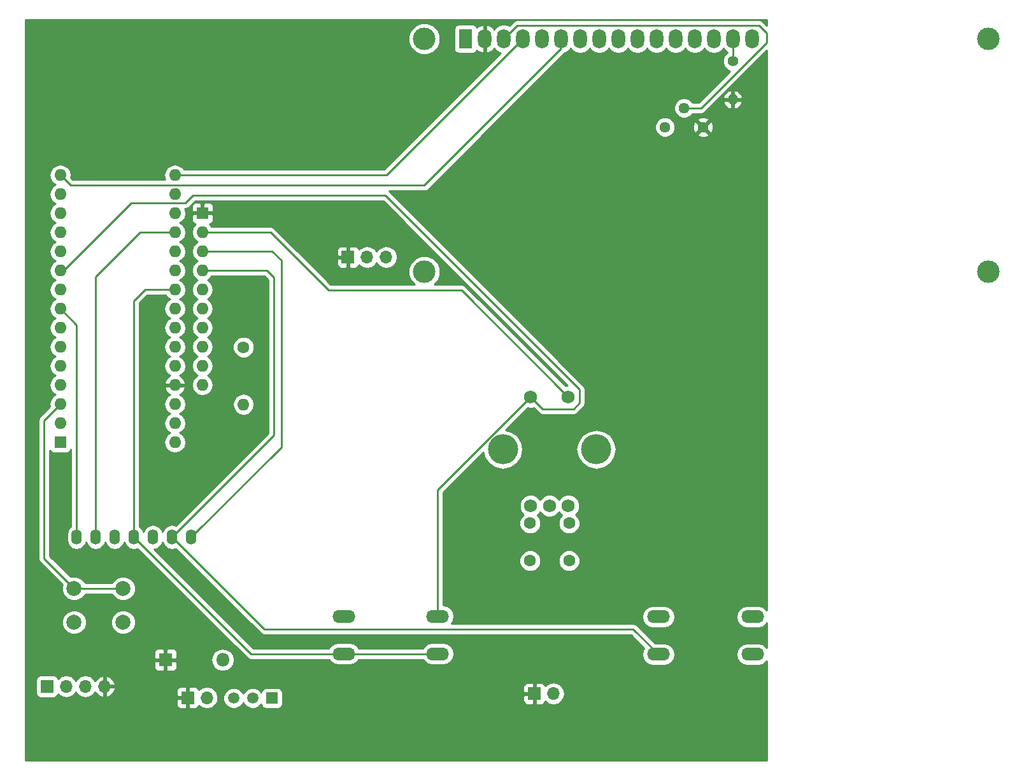
<source format=gbr>
G04 #@! TF.FileFunction,Copper,L2,Bot,Signal*
%FSLAX46Y46*%
G04 Gerber Fmt 4.6, Leading zero omitted, Abs format (unit mm)*
G04 Created by KiCad (PCBNEW 4.0.7) date 12/06/18 02:32:36*
%MOMM*%
%LPD*%
G01*
G04 APERTURE LIST*
%ADD10C,0.100000*%
%ADD11O,3.048000X1.727200*%
%ADD12C,1.750000*%
%ADD13O,4.000000X4.000000*%
%ADD14O,1.400000X2.000000*%
%ADD15R,1.600000X1.600000*%
%ADD16O,1.600000X1.600000*%
%ADD17R,1.800000X2.600000*%
%ADD18O,1.800000X2.600000*%
%ADD19C,3.000000*%
%ADD20C,1.400000*%
%ADD21O,1.400000X1.400000*%
%ADD22C,2.000000*%
%ADD23C,1.440000*%
%ADD24R,1.700000X1.700000*%
%ADD25O,1.700000X1.700000*%
%ADD26C,1.600000*%
%ADD27R,1.800000X1.800000*%
%ADD28O,1.800000X1.800000*%
%ADD29C,1.520000*%
%ADD30R,1.520000X1.520000*%
%ADD31C,0.250000*%
%ADD32C,1.000000*%
%ADD33C,0.254000*%
G04 APERTURE END LIST*
D10*
D11*
X128387500Y-105664000D03*
X128387500Y-110664000D03*
X115887500Y-105664000D03*
X115887500Y-110664000D03*
X86541000Y-105600500D03*
X86541000Y-110600500D03*
X74041000Y-105600500D03*
X74041000Y-110600500D03*
D12*
X98900000Y-90900000D03*
X103900000Y-90900000D03*
X101400000Y-90900000D03*
X103900000Y-76400000D03*
X98900000Y-76400000D03*
D13*
X107600000Y-83400000D03*
X95200000Y-83400000D03*
D14*
X38530000Y-95050000D03*
X41070000Y-95050000D03*
X43610000Y-95050000D03*
X46150000Y-95050000D03*
X48690000Y-95050000D03*
X51230000Y-95050000D03*
X53770000Y-95050000D03*
D15*
X36350000Y-82450000D03*
D16*
X51590000Y-49430000D03*
X36350000Y-79910000D03*
X51590000Y-51970000D03*
X36350000Y-77370000D03*
X51590000Y-54510000D03*
X36350000Y-74830000D03*
X51590000Y-57050000D03*
X36350000Y-72290000D03*
X51590000Y-59590000D03*
X36350000Y-69750000D03*
X51590000Y-62130000D03*
X36350000Y-67210000D03*
X51590000Y-64670000D03*
X36350000Y-64670000D03*
X51590000Y-67210000D03*
X36350000Y-62130000D03*
X51590000Y-69750000D03*
X36350000Y-59590000D03*
X51590000Y-72290000D03*
X36350000Y-57050000D03*
X51590000Y-74830000D03*
X36350000Y-54510000D03*
X51590000Y-77370000D03*
X36350000Y-51970000D03*
X51590000Y-79910000D03*
X36350000Y-49430000D03*
X51590000Y-82450000D03*
X36350000Y-46890000D03*
X51590000Y-46890000D03*
D17*
X90250000Y-28750000D03*
D18*
X92790000Y-28750000D03*
X95330000Y-28750000D03*
X97870000Y-28750000D03*
X100410000Y-28750000D03*
X102950000Y-28750000D03*
X105490000Y-28750000D03*
X108030000Y-28750000D03*
X110570000Y-28750000D03*
X113110000Y-28750000D03*
X115650000Y-28750000D03*
X118190000Y-28750000D03*
X120730000Y-28750000D03*
X123270000Y-28750000D03*
X125810000Y-28750000D03*
X128350000Y-28750000D03*
D19*
X84750900Y-28750000D03*
X84750900Y-59750700D03*
X159749480Y-59750700D03*
X159750000Y-28750000D03*
D20*
X125750000Y-31750000D03*
D21*
X125750000Y-36830000D03*
D22*
X38200000Y-101900000D03*
X38200000Y-106400000D03*
X44700000Y-101900000D03*
X44700000Y-106400000D03*
D15*
X55250000Y-51950000D03*
D16*
X55250000Y-54490000D03*
X55250000Y-57030000D03*
X55250000Y-59570000D03*
X55250000Y-62110000D03*
X55250000Y-64650000D03*
X55250000Y-67190000D03*
X55250000Y-69730000D03*
X55250000Y-72270000D03*
X55250000Y-74810000D03*
D23*
X121830000Y-40500000D03*
X119290000Y-37960000D03*
X116750000Y-40500000D03*
D24*
X74600000Y-57800000D03*
D25*
X77140000Y-57800000D03*
X79680000Y-57800000D03*
D26*
X104000000Y-98200000D03*
X104000000Y-93200000D03*
X98800000Y-98200000D03*
X98800000Y-93200000D03*
D27*
X50323750Y-111410750D03*
D28*
X57943750Y-111410750D03*
D24*
X53308250Y-116427250D03*
D25*
X55848250Y-116427250D03*
D26*
X60706000Y-69786500D03*
D16*
X60706000Y-77406500D03*
D29*
X61944250Y-116490750D03*
X59404250Y-116490750D03*
D30*
X64484250Y-116490750D03*
D24*
X34607500Y-114935000D03*
D25*
X37147500Y-114935000D03*
X39687500Y-114935000D03*
X42227500Y-114935000D03*
D24*
X99377500Y-115887500D03*
D25*
X101917500Y-115887500D03*
D31*
X44700000Y-101900000D02*
X38200000Y-101900000D01*
X38200000Y-101900000D02*
X34200000Y-97900000D01*
X34200000Y-97900000D02*
X34200000Y-79520000D01*
X34200000Y-79520000D02*
X36350000Y-77370000D01*
X55250000Y-54490000D02*
X64290000Y-54490000D01*
X89700000Y-62200000D02*
X103900000Y-76400000D01*
X72000000Y-62200000D02*
X89700000Y-62200000D01*
X64290000Y-54490000D02*
X72000000Y-62200000D01*
X51590000Y-54510000D02*
X46990000Y-54510000D01*
X41070000Y-60430000D02*
X41070000Y-95050000D01*
X46990000Y-54510000D02*
X41070000Y-60430000D01*
X55250000Y-57030000D02*
X64530000Y-57030000D01*
X65750000Y-83070000D02*
X53770000Y-95050000D01*
X65750000Y-58250000D02*
X65750000Y-83070000D01*
X64530000Y-57030000D02*
X65750000Y-58250000D01*
X115887500Y-110664000D02*
X112538500Y-107315000D01*
X63495000Y-107315000D02*
X51230000Y-95050000D01*
X112538500Y-107315000D02*
X63495000Y-107315000D01*
X55250000Y-59570000D02*
X63820000Y-59570000D01*
X63820000Y-59570000D02*
X64750000Y-60500000D01*
X64750000Y-60500000D02*
X64750000Y-81530000D01*
X64750000Y-81530000D02*
X51230000Y-95050000D01*
X38530000Y-95050000D02*
X38530000Y-66850000D01*
X38530000Y-66850000D02*
X36350000Y-64670000D01*
X86500000Y-105600000D02*
X86500000Y-88800000D01*
X86500000Y-88800000D02*
X98900000Y-76400000D01*
X36350000Y-59590000D02*
X36810000Y-59590000D01*
X36810000Y-59590000D02*
X45800000Y-50600000D01*
X100500000Y-78000000D02*
X98900000Y-76400000D01*
X104600000Y-78000000D02*
X100500000Y-78000000D01*
X105400000Y-77200000D02*
X104600000Y-78000000D01*
X105400000Y-75400000D02*
X105400000Y-77200000D01*
X79600000Y-49600000D02*
X105400000Y-75400000D01*
X54000000Y-49600000D02*
X79600000Y-49600000D01*
X53000000Y-50600000D02*
X54000000Y-49600000D01*
X45800000Y-50600000D02*
X53000000Y-50600000D01*
X102950000Y-28750000D02*
X102950000Y-30050000D01*
X37710000Y-48250000D02*
X36350000Y-46890000D01*
X84750000Y-48250000D02*
X37710000Y-48250000D01*
X102950000Y-30050000D02*
X84750000Y-48250000D01*
X51590000Y-46890000D02*
X79730000Y-46890000D01*
X79730000Y-46890000D02*
X97870000Y-28750000D01*
X119290000Y-37960000D02*
X121540000Y-37960000D01*
X97080000Y-27000000D02*
X95330000Y-28750000D01*
X129250000Y-27000000D02*
X97080000Y-27000000D01*
X130250000Y-28000000D02*
X129250000Y-27000000D01*
X130250000Y-29250000D02*
X130250000Y-28000000D01*
X121540000Y-37960000D02*
X130250000Y-29250000D01*
X125810000Y-28750000D02*
X125810000Y-31690000D01*
X125810000Y-31690000D02*
X125750000Y-31750000D01*
X86541000Y-110600500D02*
X74041000Y-110600500D01*
X74041000Y-110600500D02*
X74024500Y-110617000D01*
X74024500Y-110617000D02*
X61717000Y-110617000D01*
X61717000Y-110617000D02*
X46150000Y-95050000D01*
X51590000Y-62130000D02*
X47620000Y-62130000D01*
X46150000Y-63600000D02*
X46150000Y-95050000D01*
X47620000Y-62130000D02*
X46150000Y-63600000D01*
D32*
X55911750Y-116490750D02*
X55848250Y-116427250D01*
D33*
G36*
X130290000Y-26965198D02*
X129787401Y-26462599D01*
X129540839Y-26297852D01*
X129250000Y-26240000D01*
X97080000Y-26240000D01*
X96789161Y-26297852D01*
X96542599Y-26462599D01*
X96033619Y-26971579D01*
X95917419Y-26893936D01*
X95330000Y-26777091D01*
X94742581Y-26893936D01*
X94244591Y-27226682D01*
X94053808Y-27512210D01*
X93785606Y-27174788D01*
X93260086Y-26883244D01*
X93154740Y-26858964D01*
X92917000Y-26979622D01*
X92917000Y-28623000D01*
X92937000Y-28623000D01*
X92937000Y-28877000D01*
X92917000Y-28877000D01*
X92917000Y-30520378D01*
X93154740Y-30641036D01*
X93260086Y-30616756D01*
X93785606Y-30325212D01*
X94053808Y-29987790D01*
X94244591Y-30273318D01*
X94742581Y-30606064D01*
X94906524Y-30638674D01*
X79415198Y-46130000D01*
X52802995Y-46130000D01*
X52632811Y-45875302D01*
X52167264Y-45564233D01*
X51618113Y-45455000D01*
X51561887Y-45455000D01*
X51012736Y-45564233D01*
X50547189Y-45875302D01*
X50236120Y-46340849D01*
X50126887Y-46890000D01*
X50236120Y-47439151D01*
X50270096Y-47490000D01*
X38024802Y-47490000D01*
X37748688Y-47213886D01*
X37813113Y-46890000D01*
X37703880Y-46340849D01*
X37392811Y-45875302D01*
X36927264Y-45564233D01*
X36378113Y-45455000D01*
X36321887Y-45455000D01*
X35772736Y-45564233D01*
X35307189Y-45875302D01*
X34996120Y-46340849D01*
X34886887Y-46890000D01*
X34996120Y-47439151D01*
X35307189Y-47904698D01*
X35689275Y-48160000D01*
X35307189Y-48415302D01*
X34996120Y-48880849D01*
X34886887Y-49430000D01*
X34996120Y-49979151D01*
X35307189Y-50444698D01*
X35689275Y-50700000D01*
X35307189Y-50955302D01*
X34996120Y-51420849D01*
X34886887Y-51970000D01*
X34996120Y-52519151D01*
X35307189Y-52984698D01*
X35689275Y-53240000D01*
X35307189Y-53495302D01*
X34996120Y-53960849D01*
X34886887Y-54510000D01*
X34996120Y-55059151D01*
X35307189Y-55524698D01*
X35689275Y-55780000D01*
X35307189Y-56035302D01*
X34996120Y-56500849D01*
X34886887Y-57050000D01*
X34996120Y-57599151D01*
X35307189Y-58064698D01*
X35689275Y-58320000D01*
X35307189Y-58575302D01*
X34996120Y-59040849D01*
X34886887Y-59590000D01*
X34996120Y-60139151D01*
X35307189Y-60604698D01*
X35689275Y-60860000D01*
X35307189Y-61115302D01*
X34996120Y-61580849D01*
X34886887Y-62130000D01*
X34996120Y-62679151D01*
X35307189Y-63144698D01*
X35689275Y-63400000D01*
X35307189Y-63655302D01*
X34996120Y-64120849D01*
X34886887Y-64670000D01*
X34996120Y-65219151D01*
X35307189Y-65684698D01*
X35689275Y-65940000D01*
X35307189Y-66195302D01*
X34996120Y-66660849D01*
X34886887Y-67210000D01*
X34996120Y-67759151D01*
X35307189Y-68224698D01*
X35689275Y-68480000D01*
X35307189Y-68735302D01*
X34996120Y-69200849D01*
X34886887Y-69750000D01*
X34996120Y-70299151D01*
X35307189Y-70764698D01*
X35689275Y-71020000D01*
X35307189Y-71275302D01*
X34996120Y-71740849D01*
X34886887Y-72290000D01*
X34996120Y-72839151D01*
X35307189Y-73304698D01*
X35689275Y-73560000D01*
X35307189Y-73815302D01*
X34996120Y-74280849D01*
X34886887Y-74830000D01*
X34996120Y-75379151D01*
X35307189Y-75844698D01*
X35689275Y-76100000D01*
X35307189Y-76355302D01*
X34996120Y-76820849D01*
X34886887Y-77370000D01*
X34951312Y-77693886D01*
X33662599Y-78982599D01*
X33497852Y-79229161D01*
X33440000Y-79520000D01*
X33440000Y-97900000D01*
X33497852Y-98190839D01*
X33662599Y-98437401D01*
X36633725Y-101408527D01*
X36565284Y-101573352D01*
X36564716Y-102223795D01*
X36813106Y-102824943D01*
X37272637Y-103285278D01*
X37873352Y-103534716D01*
X38523795Y-103535284D01*
X39124943Y-103286894D01*
X39585278Y-102827363D01*
X39654773Y-102660000D01*
X43244953Y-102660000D01*
X43313106Y-102824943D01*
X43772637Y-103285278D01*
X44373352Y-103534716D01*
X45023795Y-103535284D01*
X45624943Y-103286894D01*
X46085278Y-102827363D01*
X46334716Y-102226648D01*
X46335284Y-101576205D01*
X46086894Y-100975057D01*
X45627363Y-100514722D01*
X45026648Y-100265284D01*
X44376205Y-100264716D01*
X43775057Y-100513106D01*
X43314722Y-100972637D01*
X43245227Y-101140000D01*
X39655047Y-101140000D01*
X39586894Y-100975057D01*
X39127363Y-100514722D01*
X38526648Y-100265284D01*
X37876205Y-100264716D01*
X37708721Y-100333919D01*
X34960000Y-97585198D01*
X34960000Y-83505771D01*
X35085910Y-83701441D01*
X35298110Y-83846431D01*
X35550000Y-83897440D01*
X37150000Y-83897440D01*
X37385317Y-83853162D01*
X37601441Y-83714090D01*
X37746431Y-83501890D01*
X37770000Y-83385503D01*
X37770000Y-93651044D01*
X37586012Y-93773980D01*
X37296621Y-94207086D01*
X37195000Y-94717968D01*
X37195000Y-95382032D01*
X37296621Y-95892914D01*
X37586012Y-96326020D01*
X38019118Y-96615411D01*
X38530000Y-96717032D01*
X39040882Y-96615411D01*
X39473988Y-96326020D01*
X39763379Y-95892914D01*
X39800000Y-95708808D01*
X39836621Y-95892914D01*
X40126012Y-96326020D01*
X40559118Y-96615411D01*
X41070000Y-96717032D01*
X41580882Y-96615411D01*
X42013988Y-96326020D01*
X42303379Y-95892914D01*
X42340000Y-95708808D01*
X42376621Y-95892914D01*
X42666012Y-96326020D01*
X43099118Y-96615411D01*
X43610000Y-96717032D01*
X44120882Y-96615411D01*
X44553988Y-96326020D01*
X44843379Y-95892914D01*
X44880000Y-95708808D01*
X44916621Y-95892914D01*
X45206012Y-96326020D01*
X45639118Y-96615411D01*
X46150000Y-96717032D01*
X46643973Y-96618775D01*
X61179599Y-111154401D01*
X61426161Y-111319148D01*
X61717000Y-111377000D01*
X72089425Y-111377000D01*
X72278633Y-111660170D01*
X72764814Y-111985026D01*
X73338303Y-112099100D01*
X74743697Y-112099100D01*
X75317186Y-111985026D01*
X75803367Y-111660170D01*
X76003600Y-111360500D01*
X84578400Y-111360500D01*
X84778633Y-111660170D01*
X85264814Y-111985026D01*
X85838303Y-112099100D01*
X87243697Y-112099100D01*
X87817186Y-111985026D01*
X88303367Y-111660170D01*
X88628223Y-111173989D01*
X88742297Y-110600500D01*
X88628223Y-110027011D01*
X88303367Y-109540830D01*
X87817186Y-109215974D01*
X87243697Y-109101900D01*
X85838303Y-109101900D01*
X85264814Y-109215974D01*
X84778633Y-109540830D01*
X84578400Y-109840500D01*
X76003600Y-109840500D01*
X75803367Y-109540830D01*
X75317186Y-109215974D01*
X74743697Y-109101900D01*
X73338303Y-109101900D01*
X72764814Y-109215974D01*
X72278633Y-109540830D01*
X72067375Y-109857000D01*
X62031802Y-109857000D01*
X48858348Y-96683546D01*
X49200882Y-96615411D01*
X49633988Y-96326020D01*
X49923379Y-95892914D01*
X49960000Y-95708808D01*
X49996621Y-95892914D01*
X50286012Y-96326020D01*
X50719118Y-96615411D01*
X51230000Y-96717032D01*
X51723973Y-96618775D01*
X62957599Y-107852401D01*
X63204160Y-108017148D01*
X63495000Y-108075000D01*
X112223698Y-108075000D01*
X113976089Y-109827391D01*
X113800277Y-110090511D01*
X113686203Y-110664000D01*
X113800277Y-111237489D01*
X114125133Y-111723670D01*
X114611314Y-112048526D01*
X115184803Y-112162600D01*
X116590197Y-112162600D01*
X117163686Y-112048526D01*
X117649867Y-111723670D01*
X117974723Y-111237489D01*
X118088797Y-110664000D01*
X117974723Y-110090511D01*
X117649867Y-109604330D01*
X117163686Y-109279474D01*
X116590197Y-109165400D01*
X115463702Y-109165400D01*
X113075901Y-106777599D01*
X112829339Y-106612852D01*
X112538500Y-106555000D01*
X88373639Y-106555000D01*
X88628223Y-106173989D01*
X88729666Y-105664000D01*
X113686203Y-105664000D01*
X113800277Y-106237489D01*
X114125133Y-106723670D01*
X114611314Y-107048526D01*
X115184803Y-107162600D01*
X116590197Y-107162600D01*
X117163686Y-107048526D01*
X117649867Y-106723670D01*
X117974723Y-106237489D01*
X118088797Y-105664000D01*
X117974723Y-105090511D01*
X117649867Y-104604330D01*
X117163686Y-104279474D01*
X116590197Y-104165400D01*
X115184803Y-104165400D01*
X114611314Y-104279474D01*
X114125133Y-104604330D01*
X113800277Y-105090511D01*
X113686203Y-105664000D01*
X88729666Y-105664000D01*
X88742297Y-105600500D01*
X88628223Y-105027011D01*
X88303367Y-104540830D01*
X87817186Y-104215974D01*
X87260000Y-104105143D01*
X87260000Y-98484187D01*
X97364752Y-98484187D01*
X97582757Y-99011800D01*
X97986077Y-99415824D01*
X98513309Y-99634750D01*
X99084187Y-99635248D01*
X99611800Y-99417243D01*
X100015824Y-99013923D01*
X100234750Y-98486691D01*
X100234752Y-98484187D01*
X102564752Y-98484187D01*
X102782757Y-99011800D01*
X103186077Y-99415824D01*
X103713309Y-99634750D01*
X104284187Y-99635248D01*
X104811800Y-99417243D01*
X105215824Y-99013923D01*
X105434750Y-98486691D01*
X105435248Y-97915813D01*
X105217243Y-97388200D01*
X104813923Y-96984176D01*
X104286691Y-96765250D01*
X103715813Y-96764752D01*
X103188200Y-96982757D01*
X102784176Y-97386077D01*
X102565250Y-97913309D01*
X102564752Y-98484187D01*
X100234752Y-98484187D01*
X100235248Y-97915813D01*
X100017243Y-97388200D01*
X99613923Y-96984176D01*
X99086691Y-96765250D01*
X98515813Y-96764752D01*
X97988200Y-96982757D01*
X97584176Y-97386077D01*
X97365250Y-97913309D01*
X97364752Y-98484187D01*
X87260000Y-98484187D01*
X87260000Y-93484187D01*
X97364752Y-93484187D01*
X97582757Y-94011800D01*
X97986077Y-94415824D01*
X98513309Y-94634750D01*
X99084187Y-94635248D01*
X99611800Y-94417243D01*
X100015824Y-94013923D01*
X100234750Y-93486691D01*
X100235248Y-92915813D01*
X100017243Y-92388200D01*
X99782297Y-92152843D01*
X100150318Y-91785464D01*
X100543537Y-92179370D01*
X101098325Y-92409738D01*
X101699040Y-92410262D01*
X102254229Y-92180862D01*
X102650318Y-91785464D01*
X103017436Y-92153223D01*
X102784176Y-92386077D01*
X102565250Y-92913309D01*
X102564752Y-93484187D01*
X102782757Y-94011800D01*
X103186077Y-94415824D01*
X103713309Y-94634750D01*
X104284187Y-94635248D01*
X104811800Y-94417243D01*
X105215824Y-94013923D01*
X105434750Y-93486691D01*
X105435248Y-92915813D01*
X105217243Y-92388200D01*
X104882471Y-92052844D01*
X105179370Y-91756463D01*
X105409738Y-91201675D01*
X105410262Y-90600960D01*
X105180862Y-90045771D01*
X104756463Y-89620630D01*
X104201675Y-89390262D01*
X103600960Y-89389738D01*
X103045771Y-89619138D01*
X102649682Y-90014536D01*
X102256463Y-89620630D01*
X101701675Y-89390262D01*
X101100960Y-89389738D01*
X100545771Y-89619138D01*
X100149682Y-90014536D01*
X99756463Y-89620630D01*
X99201675Y-89390262D01*
X98600960Y-89389738D01*
X98045771Y-89619138D01*
X97620630Y-90043537D01*
X97390262Y-90598325D01*
X97389738Y-91199040D01*
X97619138Y-91754229D01*
X97917611Y-92053223D01*
X97584176Y-92386077D01*
X97365250Y-92913309D01*
X97364752Y-93484187D01*
X87260000Y-93484187D01*
X87260000Y-89114802D01*
X92589932Y-83784870D01*
X92713954Y-84408371D01*
X93285151Y-85263226D01*
X94140006Y-85834423D01*
X95148377Y-86035000D01*
X95251623Y-86035000D01*
X96259994Y-85834423D01*
X97114849Y-85263226D01*
X97686046Y-84408371D01*
X97886623Y-83400000D01*
X104913377Y-83400000D01*
X105113954Y-84408371D01*
X105685151Y-85263226D01*
X106540006Y-85834423D01*
X107548377Y-86035000D01*
X107651623Y-86035000D01*
X108659994Y-85834423D01*
X109514849Y-85263226D01*
X110086046Y-84408371D01*
X110286623Y-83400000D01*
X110086046Y-82391629D01*
X109514849Y-81536774D01*
X108659994Y-80965577D01*
X107651623Y-80765000D01*
X107548377Y-80765000D01*
X106540006Y-80965577D01*
X105685151Y-81536774D01*
X105113954Y-82391629D01*
X104913377Y-83400000D01*
X97886623Y-83400000D01*
X97686046Y-82391629D01*
X97114849Y-81536774D01*
X96259994Y-80965577D01*
X95550376Y-80824426D01*
X98504163Y-77870639D01*
X98598325Y-77909738D01*
X99199040Y-77910262D01*
X99295573Y-77870375D01*
X99962599Y-78537401D01*
X100209161Y-78702148D01*
X100500000Y-78760000D01*
X104600000Y-78760000D01*
X104890839Y-78702148D01*
X105137401Y-78537401D01*
X105937401Y-77737401D01*
X106102148Y-77490839D01*
X106160000Y-77200000D01*
X106160000Y-75400000D01*
X106102148Y-75109161D01*
X105937401Y-74862599D01*
X80137401Y-49062599D01*
X80058681Y-49010000D01*
X84750000Y-49010000D01*
X85040839Y-48952148D01*
X85287401Y-48787401D01*
X93306458Y-40768344D01*
X115394765Y-40768344D01*
X115600617Y-41266543D01*
X115981452Y-41648043D01*
X116479291Y-41854764D01*
X117018344Y-41855235D01*
X117516543Y-41649383D01*
X117716500Y-41449774D01*
X121059831Y-41449774D01*
X121124131Y-41687611D01*
X121632342Y-41867333D01*
X122170644Y-41838892D01*
X122535869Y-41687611D01*
X122600169Y-41449774D01*
X121830000Y-40679605D01*
X121059831Y-41449774D01*
X117716500Y-41449774D01*
X117898043Y-41268548D01*
X118104764Y-40770709D01*
X118105173Y-40302342D01*
X120462667Y-40302342D01*
X120491108Y-40840644D01*
X120642389Y-41205869D01*
X120880226Y-41270169D01*
X121650395Y-40500000D01*
X122009605Y-40500000D01*
X122779774Y-41270169D01*
X123017611Y-41205869D01*
X123197333Y-40697658D01*
X123168892Y-40159356D01*
X123017611Y-39794131D01*
X122779774Y-39729831D01*
X122009605Y-40500000D01*
X121650395Y-40500000D01*
X120880226Y-39729831D01*
X120642389Y-39794131D01*
X120462667Y-40302342D01*
X118105173Y-40302342D01*
X118105235Y-40231656D01*
X117899383Y-39733457D01*
X117716472Y-39550226D01*
X121059831Y-39550226D01*
X121830000Y-40320395D01*
X122600169Y-39550226D01*
X122535869Y-39312389D01*
X122027658Y-39132667D01*
X121489356Y-39161108D01*
X121124131Y-39312389D01*
X121059831Y-39550226D01*
X117716472Y-39550226D01*
X117518548Y-39351957D01*
X117020709Y-39145236D01*
X116481656Y-39144765D01*
X115983457Y-39350617D01*
X115601957Y-39731452D01*
X115395236Y-40229291D01*
X115394765Y-40768344D01*
X93306458Y-40768344D01*
X103451684Y-30623118D01*
X103537419Y-30606064D01*
X104035409Y-30273318D01*
X104220000Y-29997058D01*
X104404591Y-30273318D01*
X104902581Y-30606064D01*
X105490000Y-30722909D01*
X106077419Y-30606064D01*
X106575409Y-30273318D01*
X106760000Y-29997058D01*
X106944591Y-30273318D01*
X107442581Y-30606064D01*
X108030000Y-30722909D01*
X108617419Y-30606064D01*
X109115409Y-30273318D01*
X109300000Y-29997058D01*
X109484591Y-30273318D01*
X109982581Y-30606064D01*
X110570000Y-30722909D01*
X111157419Y-30606064D01*
X111655409Y-30273318D01*
X111840000Y-29997058D01*
X112024591Y-30273318D01*
X112522581Y-30606064D01*
X113110000Y-30722909D01*
X113697419Y-30606064D01*
X114195409Y-30273318D01*
X114380000Y-29997058D01*
X114564591Y-30273318D01*
X115062581Y-30606064D01*
X115650000Y-30722909D01*
X116237419Y-30606064D01*
X116735409Y-30273318D01*
X116920000Y-29997058D01*
X117104591Y-30273318D01*
X117602581Y-30606064D01*
X118190000Y-30722909D01*
X118777419Y-30606064D01*
X119275409Y-30273318D01*
X119460000Y-29997058D01*
X119644591Y-30273318D01*
X120142581Y-30606064D01*
X120730000Y-30722909D01*
X121317419Y-30606064D01*
X121815409Y-30273318D01*
X122000000Y-29997058D01*
X122184591Y-30273318D01*
X122682581Y-30606064D01*
X123270000Y-30722909D01*
X123857419Y-30606064D01*
X124355409Y-30273318D01*
X124540000Y-29997058D01*
X124724591Y-30273318D01*
X125050000Y-30490749D01*
X125050000Y-30594762D01*
X124994771Y-30617582D01*
X124618902Y-30992796D01*
X124415232Y-31483287D01*
X124414769Y-32014383D01*
X124617582Y-32505229D01*
X124992796Y-32881098D01*
X125382345Y-33042853D01*
X121225198Y-37200000D01*
X120442087Y-37200000D01*
X120439383Y-37193457D01*
X120058548Y-36811957D01*
X119560709Y-36605236D01*
X119021656Y-36604765D01*
X118523457Y-36810617D01*
X118141957Y-37191452D01*
X117935236Y-37689291D01*
X117934765Y-38228344D01*
X118140617Y-38726543D01*
X118521452Y-39108043D01*
X119019291Y-39314764D01*
X119558344Y-39315235D01*
X120056543Y-39109383D01*
X120438043Y-38728548D01*
X120441592Y-38720000D01*
X121540000Y-38720000D01*
X121830839Y-38662148D01*
X122077401Y-38497401D01*
X123411471Y-37163331D01*
X124457273Y-37163331D01*
X124683236Y-37632663D01*
X125071604Y-37979797D01*
X125416671Y-38122716D01*
X125623000Y-37999374D01*
X125623000Y-36957000D01*
X125877000Y-36957000D01*
X125877000Y-37999374D01*
X126083329Y-38122716D01*
X126428396Y-37979797D01*
X126816764Y-37632663D01*
X127042727Y-37163331D01*
X126920206Y-36957000D01*
X125877000Y-36957000D01*
X125623000Y-36957000D01*
X124579794Y-36957000D01*
X124457273Y-37163331D01*
X123411471Y-37163331D01*
X124078133Y-36496669D01*
X124457273Y-36496669D01*
X124579794Y-36703000D01*
X125623000Y-36703000D01*
X125623000Y-35660626D01*
X125877000Y-35660626D01*
X125877000Y-36703000D01*
X126920206Y-36703000D01*
X127042727Y-36496669D01*
X126816764Y-36027337D01*
X126428396Y-35680203D01*
X126083329Y-35537284D01*
X125877000Y-35660626D01*
X125623000Y-35660626D01*
X125416671Y-35537284D01*
X125071604Y-35680203D01*
X124683236Y-36027337D01*
X124457273Y-36496669D01*
X124078133Y-36496669D01*
X130290000Y-30284802D01*
X130290000Y-104814054D01*
X130149867Y-104604330D01*
X129663686Y-104279474D01*
X129090197Y-104165400D01*
X127684803Y-104165400D01*
X127111314Y-104279474D01*
X126625133Y-104604330D01*
X126300277Y-105090511D01*
X126186203Y-105664000D01*
X126300277Y-106237489D01*
X126625133Y-106723670D01*
X127111314Y-107048526D01*
X127684803Y-107162600D01*
X129090197Y-107162600D01*
X129663686Y-107048526D01*
X130149867Y-106723670D01*
X130290000Y-106513946D01*
X130290000Y-109814054D01*
X130149867Y-109604330D01*
X129663686Y-109279474D01*
X129090197Y-109165400D01*
X127684803Y-109165400D01*
X127111314Y-109279474D01*
X126625133Y-109604330D01*
X126300277Y-110090511D01*
X126186203Y-110664000D01*
X126300277Y-111237489D01*
X126625133Y-111723670D01*
X127111314Y-112048526D01*
X127684803Y-112162600D01*
X129090197Y-112162600D01*
X129663686Y-112048526D01*
X130149867Y-111723670D01*
X130290000Y-111513946D01*
X130290000Y-124790000D01*
X31710000Y-124790000D01*
X31710000Y-116713000D01*
X51823250Y-116713000D01*
X51823250Y-117403559D01*
X51919923Y-117636948D01*
X52098551Y-117815577D01*
X52331940Y-117912250D01*
X53022500Y-117912250D01*
X53181250Y-117753500D01*
X53181250Y-116554250D01*
X51982000Y-116554250D01*
X51823250Y-116713000D01*
X31710000Y-116713000D01*
X31710000Y-114085000D01*
X33110060Y-114085000D01*
X33110060Y-115785000D01*
X33154338Y-116020317D01*
X33293410Y-116236441D01*
X33505610Y-116381431D01*
X33757500Y-116432440D01*
X35457500Y-116432440D01*
X35692817Y-116388162D01*
X35908941Y-116249090D01*
X36053931Y-116036890D01*
X36067586Y-115969459D01*
X36097446Y-116014147D01*
X36579215Y-116336054D01*
X37147500Y-116449093D01*
X37715785Y-116336054D01*
X38197554Y-116014147D01*
X38417500Y-115684974D01*
X38637446Y-116014147D01*
X39119215Y-116336054D01*
X39687500Y-116449093D01*
X40255785Y-116336054D01*
X40737554Y-116014147D01*
X40965202Y-115673447D01*
X41032317Y-115816358D01*
X41460576Y-116206645D01*
X41870610Y-116376476D01*
X42100500Y-116255155D01*
X42100500Y-115062000D01*
X42354500Y-115062000D01*
X42354500Y-116255155D01*
X42584390Y-116376476D01*
X42994424Y-116206645D01*
X43422683Y-115816358D01*
X43594292Y-115450941D01*
X51823250Y-115450941D01*
X51823250Y-116141500D01*
X51982000Y-116300250D01*
X53181250Y-116300250D01*
X53181250Y-115101000D01*
X53435250Y-115101000D01*
X53435250Y-116300250D01*
X53455250Y-116300250D01*
X53455250Y-116554250D01*
X53435250Y-116554250D01*
X53435250Y-117753500D01*
X53594000Y-117912250D01*
X54284560Y-117912250D01*
X54517949Y-117815577D01*
X54696577Y-117636948D01*
X54768847Y-117462473D01*
X54798196Y-117506397D01*
X55279965Y-117828304D01*
X55848250Y-117941343D01*
X56416535Y-117828304D01*
X56898304Y-117506397D01*
X57220211Y-117024628D01*
X57271453Y-116767015D01*
X58009008Y-116767015D01*
X58220937Y-117279922D01*
X58613014Y-117672684D01*
X59125550Y-117885508D01*
X59680515Y-117885992D01*
X60193422Y-117674063D01*
X60586184Y-117281986D01*
X60674204Y-117070012D01*
X60760937Y-117279922D01*
X61153014Y-117672684D01*
X61665550Y-117885508D01*
X62220515Y-117885992D01*
X62733422Y-117674063D01*
X63089566Y-117318540D01*
X63121088Y-117486067D01*
X63260160Y-117702191D01*
X63472360Y-117847181D01*
X63724250Y-117898190D01*
X65244250Y-117898190D01*
X65479567Y-117853912D01*
X65695691Y-117714840D01*
X65840681Y-117502640D01*
X65891690Y-117250750D01*
X65891690Y-116173250D01*
X97892500Y-116173250D01*
X97892500Y-116863809D01*
X97989173Y-117097198D01*
X98167801Y-117275827D01*
X98401190Y-117372500D01*
X99091750Y-117372500D01*
X99250500Y-117213750D01*
X99250500Y-116014500D01*
X98051250Y-116014500D01*
X97892500Y-116173250D01*
X65891690Y-116173250D01*
X65891690Y-115730750D01*
X65847412Y-115495433D01*
X65708340Y-115279309D01*
X65496140Y-115134319D01*
X65244250Y-115083310D01*
X63724250Y-115083310D01*
X63488933Y-115127588D01*
X63272809Y-115266660D01*
X63127819Y-115478860D01*
X63090281Y-115664230D01*
X62735486Y-115308816D01*
X62222950Y-115095992D01*
X61667985Y-115095508D01*
X61155078Y-115307437D01*
X60762316Y-115699514D01*
X60674296Y-115911488D01*
X60587563Y-115701578D01*
X60195486Y-115308816D01*
X59682950Y-115095992D01*
X59127985Y-115095508D01*
X58615078Y-115307437D01*
X58222316Y-115699514D01*
X58009492Y-116212050D01*
X58009008Y-116767015D01*
X57271453Y-116767015D01*
X57333250Y-116456343D01*
X57333250Y-116398157D01*
X57220211Y-115829872D01*
X56898304Y-115348103D01*
X56416535Y-115026196D01*
X55848250Y-114913157D01*
X55279965Y-115026196D01*
X54798196Y-115348103D01*
X54768847Y-115392027D01*
X54696577Y-115217552D01*
X54517949Y-115038923D01*
X54284560Y-114942250D01*
X53594000Y-114942250D01*
X53435250Y-115101000D01*
X53181250Y-115101000D01*
X53022500Y-114942250D01*
X52331940Y-114942250D01*
X52098551Y-115038923D01*
X51919923Y-115217552D01*
X51823250Y-115450941D01*
X43594292Y-115450941D01*
X43668986Y-115291892D01*
X43548319Y-115062000D01*
X42354500Y-115062000D01*
X42100500Y-115062000D01*
X42080500Y-115062000D01*
X42080500Y-114911191D01*
X97892500Y-114911191D01*
X97892500Y-115601750D01*
X98051250Y-115760500D01*
X99250500Y-115760500D01*
X99250500Y-114561250D01*
X99504500Y-114561250D01*
X99504500Y-115760500D01*
X99524500Y-115760500D01*
X99524500Y-116014500D01*
X99504500Y-116014500D01*
X99504500Y-117213750D01*
X99663250Y-117372500D01*
X100353810Y-117372500D01*
X100587199Y-117275827D01*
X100765827Y-117097198D01*
X100838097Y-116922723D01*
X100867446Y-116966647D01*
X101349215Y-117288554D01*
X101917500Y-117401593D01*
X102485785Y-117288554D01*
X102967554Y-116966647D01*
X103289461Y-116484878D01*
X103402500Y-115916593D01*
X103402500Y-115858407D01*
X103289461Y-115290122D01*
X102967554Y-114808353D01*
X102485785Y-114486446D01*
X101917500Y-114373407D01*
X101349215Y-114486446D01*
X100867446Y-114808353D01*
X100838097Y-114852277D01*
X100765827Y-114677802D01*
X100587199Y-114499173D01*
X100353810Y-114402500D01*
X99663250Y-114402500D01*
X99504500Y-114561250D01*
X99250500Y-114561250D01*
X99091750Y-114402500D01*
X98401190Y-114402500D01*
X98167801Y-114499173D01*
X97989173Y-114677802D01*
X97892500Y-114911191D01*
X42080500Y-114911191D01*
X42080500Y-114808000D01*
X42100500Y-114808000D01*
X42100500Y-113614845D01*
X42354500Y-113614845D01*
X42354500Y-114808000D01*
X43548319Y-114808000D01*
X43668986Y-114578108D01*
X43422683Y-114053642D01*
X42994424Y-113663355D01*
X42584390Y-113493524D01*
X42354500Y-113614845D01*
X42100500Y-113614845D01*
X41870610Y-113493524D01*
X41460576Y-113663355D01*
X41032317Y-114053642D01*
X40965202Y-114196553D01*
X40737554Y-113855853D01*
X40255785Y-113533946D01*
X39687500Y-113420907D01*
X39119215Y-113533946D01*
X38637446Y-113855853D01*
X38417500Y-114185026D01*
X38197554Y-113855853D01*
X37715785Y-113533946D01*
X37147500Y-113420907D01*
X36579215Y-113533946D01*
X36097446Y-113855853D01*
X36069650Y-113897452D01*
X36060662Y-113849683D01*
X35921590Y-113633559D01*
X35709390Y-113488569D01*
X35457500Y-113437560D01*
X33757500Y-113437560D01*
X33522183Y-113481838D01*
X33306059Y-113620910D01*
X33161069Y-113833110D01*
X33110060Y-114085000D01*
X31710000Y-114085000D01*
X31710000Y-111696500D01*
X48788750Y-111696500D01*
X48788750Y-112437060D01*
X48885423Y-112670449D01*
X49064052Y-112849077D01*
X49297441Y-112945750D01*
X50038000Y-112945750D01*
X50196750Y-112787000D01*
X50196750Y-111537750D01*
X50450750Y-111537750D01*
X50450750Y-112787000D01*
X50609500Y-112945750D01*
X51350059Y-112945750D01*
X51583448Y-112849077D01*
X51762077Y-112670449D01*
X51858750Y-112437060D01*
X51858750Y-111696500D01*
X51700000Y-111537750D01*
X50450750Y-111537750D01*
X50196750Y-111537750D01*
X48947500Y-111537750D01*
X48788750Y-111696500D01*
X31710000Y-111696500D01*
X31710000Y-111410750D01*
X56378678Y-111410750D01*
X56495523Y-111998169D01*
X56828269Y-112496159D01*
X57326259Y-112828905D01*
X57913678Y-112945750D01*
X57973822Y-112945750D01*
X58561241Y-112828905D01*
X59059231Y-112496159D01*
X59391977Y-111998169D01*
X59508822Y-111410750D01*
X59391977Y-110823331D01*
X59059231Y-110325341D01*
X58561241Y-109992595D01*
X57973822Y-109875750D01*
X57913678Y-109875750D01*
X57326259Y-109992595D01*
X56828269Y-110325341D01*
X56495523Y-110823331D01*
X56378678Y-111410750D01*
X31710000Y-111410750D01*
X31710000Y-110384440D01*
X48788750Y-110384440D01*
X48788750Y-111125000D01*
X48947500Y-111283750D01*
X50196750Y-111283750D01*
X50196750Y-110034500D01*
X50450750Y-110034500D01*
X50450750Y-111283750D01*
X51700000Y-111283750D01*
X51858750Y-111125000D01*
X51858750Y-110384440D01*
X51762077Y-110151051D01*
X51583448Y-109972423D01*
X51350059Y-109875750D01*
X50609500Y-109875750D01*
X50450750Y-110034500D01*
X50196750Y-110034500D01*
X50038000Y-109875750D01*
X49297441Y-109875750D01*
X49064052Y-109972423D01*
X48885423Y-110151051D01*
X48788750Y-110384440D01*
X31710000Y-110384440D01*
X31710000Y-106723795D01*
X36564716Y-106723795D01*
X36813106Y-107324943D01*
X37272637Y-107785278D01*
X37873352Y-108034716D01*
X38523795Y-108035284D01*
X39124943Y-107786894D01*
X39585278Y-107327363D01*
X39834716Y-106726648D01*
X39834718Y-106723795D01*
X43064716Y-106723795D01*
X43313106Y-107324943D01*
X43772637Y-107785278D01*
X44373352Y-108034716D01*
X45023795Y-108035284D01*
X45624943Y-107786894D01*
X46085278Y-107327363D01*
X46334716Y-106726648D01*
X46335284Y-106076205D01*
X46086894Y-105475057D01*
X45627363Y-105014722D01*
X45026648Y-104765284D01*
X44376205Y-104764716D01*
X43775057Y-105013106D01*
X43314722Y-105472637D01*
X43065284Y-106073352D01*
X43064716Y-106723795D01*
X39834718Y-106723795D01*
X39835284Y-106076205D01*
X39586894Y-105475057D01*
X39127363Y-105014722D01*
X38526648Y-104765284D01*
X37876205Y-104764716D01*
X37275057Y-105013106D01*
X36814722Y-105472637D01*
X36565284Y-106073352D01*
X36564716Y-106723795D01*
X31710000Y-106723795D01*
X31710000Y-29172815D01*
X82615530Y-29172815D01*
X82939880Y-29957800D01*
X83539941Y-30558909D01*
X84324359Y-30884628D01*
X85173715Y-30885370D01*
X85958700Y-30561020D01*
X86559809Y-29960959D01*
X86885528Y-29176541D01*
X86886270Y-28327185D01*
X86561920Y-27542200D01*
X86469881Y-27450000D01*
X88702560Y-27450000D01*
X88702560Y-30050000D01*
X88746838Y-30285317D01*
X88885910Y-30501441D01*
X89098110Y-30646431D01*
X89350000Y-30697440D01*
X91150000Y-30697440D01*
X91385317Y-30653162D01*
X91601441Y-30514090D01*
X91746431Y-30301890D01*
X91752406Y-30272387D01*
X91794394Y-30325212D01*
X92319914Y-30616756D01*
X92425260Y-30641036D01*
X92663000Y-30520378D01*
X92663000Y-28877000D01*
X92643000Y-28877000D01*
X92643000Y-28623000D01*
X92663000Y-28623000D01*
X92663000Y-26979622D01*
X92425260Y-26858964D01*
X92319914Y-26883244D01*
X91794394Y-27174788D01*
X91754984Y-27224369D01*
X91753162Y-27214683D01*
X91614090Y-26998559D01*
X91401890Y-26853569D01*
X91150000Y-26802560D01*
X89350000Y-26802560D01*
X89114683Y-26846838D01*
X88898559Y-26985910D01*
X88753569Y-27198110D01*
X88702560Y-27450000D01*
X86469881Y-27450000D01*
X85961859Y-26941091D01*
X85177441Y-26615372D01*
X84328085Y-26614630D01*
X83543100Y-26938980D01*
X82941991Y-27539041D01*
X82616272Y-28323459D01*
X82615530Y-29172815D01*
X31710000Y-29172815D01*
X31710000Y-26210000D01*
X130290000Y-26210000D01*
X130290000Y-26965198D01*
X130290000Y-26965198D01*
G37*
X130290000Y-26965198D02*
X129787401Y-26462599D01*
X129540839Y-26297852D01*
X129250000Y-26240000D01*
X97080000Y-26240000D01*
X96789161Y-26297852D01*
X96542599Y-26462599D01*
X96033619Y-26971579D01*
X95917419Y-26893936D01*
X95330000Y-26777091D01*
X94742581Y-26893936D01*
X94244591Y-27226682D01*
X94053808Y-27512210D01*
X93785606Y-27174788D01*
X93260086Y-26883244D01*
X93154740Y-26858964D01*
X92917000Y-26979622D01*
X92917000Y-28623000D01*
X92937000Y-28623000D01*
X92937000Y-28877000D01*
X92917000Y-28877000D01*
X92917000Y-30520378D01*
X93154740Y-30641036D01*
X93260086Y-30616756D01*
X93785606Y-30325212D01*
X94053808Y-29987790D01*
X94244591Y-30273318D01*
X94742581Y-30606064D01*
X94906524Y-30638674D01*
X79415198Y-46130000D01*
X52802995Y-46130000D01*
X52632811Y-45875302D01*
X52167264Y-45564233D01*
X51618113Y-45455000D01*
X51561887Y-45455000D01*
X51012736Y-45564233D01*
X50547189Y-45875302D01*
X50236120Y-46340849D01*
X50126887Y-46890000D01*
X50236120Y-47439151D01*
X50270096Y-47490000D01*
X38024802Y-47490000D01*
X37748688Y-47213886D01*
X37813113Y-46890000D01*
X37703880Y-46340849D01*
X37392811Y-45875302D01*
X36927264Y-45564233D01*
X36378113Y-45455000D01*
X36321887Y-45455000D01*
X35772736Y-45564233D01*
X35307189Y-45875302D01*
X34996120Y-46340849D01*
X34886887Y-46890000D01*
X34996120Y-47439151D01*
X35307189Y-47904698D01*
X35689275Y-48160000D01*
X35307189Y-48415302D01*
X34996120Y-48880849D01*
X34886887Y-49430000D01*
X34996120Y-49979151D01*
X35307189Y-50444698D01*
X35689275Y-50700000D01*
X35307189Y-50955302D01*
X34996120Y-51420849D01*
X34886887Y-51970000D01*
X34996120Y-52519151D01*
X35307189Y-52984698D01*
X35689275Y-53240000D01*
X35307189Y-53495302D01*
X34996120Y-53960849D01*
X34886887Y-54510000D01*
X34996120Y-55059151D01*
X35307189Y-55524698D01*
X35689275Y-55780000D01*
X35307189Y-56035302D01*
X34996120Y-56500849D01*
X34886887Y-57050000D01*
X34996120Y-57599151D01*
X35307189Y-58064698D01*
X35689275Y-58320000D01*
X35307189Y-58575302D01*
X34996120Y-59040849D01*
X34886887Y-59590000D01*
X34996120Y-60139151D01*
X35307189Y-60604698D01*
X35689275Y-60860000D01*
X35307189Y-61115302D01*
X34996120Y-61580849D01*
X34886887Y-62130000D01*
X34996120Y-62679151D01*
X35307189Y-63144698D01*
X35689275Y-63400000D01*
X35307189Y-63655302D01*
X34996120Y-64120849D01*
X34886887Y-64670000D01*
X34996120Y-65219151D01*
X35307189Y-65684698D01*
X35689275Y-65940000D01*
X35307189Y-66195302D01*
X34996120Y-66660849D01*
X34886887Y-67210000D01*
X34996120Y-67759151D01*
X35307189Y-68224698D01*
X35689275Y-68480000D01*
X35307189Y-68735302D01*
X34996120Y-69200849D01*
X34886887Y-69750000D01*
X34996120Y-70299151D01*
X35307189Y-70764698D01*
X35689275Y-71020000D01*
X35307189Y-71275302D01*
X34996120Y-71740849D01*
X34886887Y-72290000D01*
X34996120Y-72839151D01*
X35307189Y-73304698D01*
X35689275Y-73560000D01*
X35307189Y-73815302D01*
X34996120Y-74280849D01*
X34886887Y-74830000D01*
X34996120Y-75379151D01*
X35307189Y-75844698D01*
X35689275Y-76100000D01*
X35307189Y-76355302D01*
X34996120Y-76820849D01*
X34886887Y-77370000D01*
X34951312Y-77693886D01*
X33662599Y-78982599D01*
X33497852Y-79229161D01*
X33440000Y-79520000D01*
X33440000Y-97900000D01*
X33497852Y-98190839D01*
X33662599Y-98437401D01*
X36633725Y-101408527D01*
X36565284Y-101573352D01*
X36564716Y-102223795D01*
X36813106Y-102824943D01*
X37272637Y-103285278D01*
X37873352Y-103534716D01*
X38523795Y-103535284D01*
X39124943Y-103286894D01*
X39585278Y-102827363D01*
X39654773Y-102660000D01*
X43244953Y-102660000D01*
X43313106Y-102824943D01*
X43772637Y-103285278D01*
X44373352Y-103534716D01*
X45023795Y-103535284D01*
X45624943Y-103286894D01*
X46085278Y-102827363D01*
X46334716Y-102226648D01*
X46335284Y-101576205D01*
X46086894Y-100975057D01*
X45627363Y-100514722D01*
X45026648Y-100265284D01*
X44376205Y-100264716D01*
X43775057Y-100513106D01*
X43314722Y-100972637D01*
X43245227Y-101140000D01*
X39655047Y-101140000D01*
X39586894Y-100975057D01*
X39127363Y-100514722D01*
X38526648Y-100265284D01*
X37876205Y-100264716D01*
X37708721Y-100333919D01*
X34960000Y-97585198D01*
X34960000Y-83505771D01*
X35085910Y-83701441D01*
X35298110Y-83846431D01*
X35550000Y-83897440D01*
X37150000Y-83897440D01*
X37385317Y-83853162D01*
X37601441Y-83714090D01*
X37746431Y-83501890D01*
X37770000Y-83385503D01*
X37770000Y-93651044D01*
X37586012Y-93773980D01*
X37296621Y-94207086D01*
X37195000Y-94717968D01*
X37195000Y-95382032D01*
X37296621Y-95892914D01*
X37586012Y-96326020D01*
X38019118Y-96615411D01*
X38530000Y-96717032D01*
X39040882Y-96615411D01*
X39473988Y-96326020D01*
X39763379Y-95892914D01*
X39800000Y-95708808D01*
X39836621Y-95892914D01*
X40126012Y-96326020D01*
X40559118Y-96615411D01*
X41070000Y-96717032D01*
X41580882Y-96615411D01*
X42013988Y-96326020D01*
X42303379Y-95892914D01*
X42340000Y-95708808D01*
X42376621Y-95892914D01*
X42666012Y-96326020D01*
X43099118Y-96615411D01*
X43610000Y-96717032D01*
X44120882Y-96615411D01*
X44553988Y-96326020D01*
X44843379Y-95892914D01*
X44880000Y-95708808D01*
X44916621Y-95892914D01*
X45206012Y-96326020D01*
X45639118Y-96615411D01*
X46150000Y-96717032D01*
X46643973Y-96618775D01*
X61179599Y-111154401D01*
X61426161Y-111319148D01*
X61717000Y-111377000D01*
X72089425Y-111377000D01*
X72278633Y-111660170D01*
X72764814Y-111985026D01*
X73338303Y-112099100D01*
X74743697Y-112099100D01*
X75317186Y-111985026D01*
X75803367Y-111660170D01*
X76003600Y-111360500D01*
X84578400Y-111360500D01*
X84778633Y-111660170D01*
X85264814Y-111985026D01*
X85838303Y-112099100D01*
X87243697Y-112099100D01*
X87817186Y-111985026D01*
X88303367Y-111660170D01*
X88628223Y-111173989D01*
X88742297Y-110600500D01*
X88628223Y-110027011D01*
X88303367Y-109540830D01*
X87817186Y-109215974D01*
X87243697Y-109101900D01*
X85838303Y-109101900D01*
X85264814Y-109215974D01*
X84778633Y-109540830D01*
X84578400Y-109840500D01*
X76003600Y-109840500D01*
X75803367Y-109540830D01*
X75317186Y-109215974D01*
X74743697Y-109101900D01*
X73338303Y-109101900D01*
X72764814Y-109215974D01*
X72278633Y-109540830D01*
X72067375Y-109857000D01*
X62031802Y-109857000D01*
X48858348Y-96683546D01*
X49200882Y-96615411D01*
X49633988Y-96326020D01*
X49923379Y-95892914D01*
X49960000Y-95708808D01*
X49996621Y-95892914D01*
X50286012Y-96326020D01*
X50719118Y-96615411D01*
X51230000Y-96717032D01*
X51723973Y-96618775D01*
X62957599Y-107852401D01*
X63204160Y-108017148D01*
X63495000Y-108075000D01*
X112223698Y-108075000D01*
X113976089Y-109827391D01*
X113800277Y-110090511D01*
X113686203Y-110664000D01*
X113800277Y-111237489D01*
X114125133Y-111723670D01*
X114611314Y-112048526D01*
X115184803Y-112162600D01*
X116590197Y-112162600D01*
X117163686Y-112048526D01*
X117649867Y-111723670D01*
X117974723Y-111237489D01*
X118088797Y-110664000D01*
X117974723Y-110090511D01*
X117649867Y-109604330D01*
X117163686Y-109279474D01*
X116590197Y-109165400D01*
X115463702Y-109165400D01*
X113075901Y-106777599D01*
X112829339Y-106612852D01*
X112538500Y-106555000D01*
X88373639Y-106555000D01*
X88628223Y-106173989D01*
X88729666Y-105664000D01*
X113686203Y-105664000D01*
X113800277Y-106237489D01*
X114125133Y-106723670D01*
X114611314Y-107048526D01*
X115184803Y-107162600D01*
X116590197Y-107162600D01*
X117163686Y-107048526D01*
X117649867Y-106723670D01*
X117974723Y-106237489D01*
X118088797Y-105664000D01*
X117974723Y-105090511D01*
X117649867Y-104604330D01*
X117163686Y-104279474D01*
X116590197Y-104165400D01*
X115184803Y-104165400D01*
X114611314Y-104279474D01*
X114125133Y-104604330D01*
X113800277Y-105090511D01*
X113686203Y-105664000D01*
X88729666Y-105664000D01*
X88742297Y-105600500D01*
X88628223Y-105027011D01*
X88303367Y-104540830D01*
X87817186Y-104215974D01*
X87260000Y-104105143D01*
X87260000Y-98484187D01*
X97364752Y-98484187D01*
X97582757Y-99011800D01*
X97986077Y-99415824D01*
X98513309Y-99634750D01*
X99084187Y-99635248D01*
X99611800Y-99417243D01*
X100015824Y-99013923D01*
X100234750Y-98486691D01*
X100234752Y-98484187D01*
X102564752Y-98484187D01*
X102782757Y-99011800D01*
X103186077Y-99415824D01*
X103713309Y-99634750D01*
X104284187Y-99635248D01*
X104811800Y-99417243D01*
X105215824Y-99013923D01*
X105434750Y-98486691D01*
X105435248Y-97915813D01*
X105217243Y-97388200D01*
X104813923Y-96984176D01*
X104286691Y-96765250D01*
X103715813Y-96764752D01*
X103188200Y-96982757D01*
X102784176Y-97386077D01*
X102565250Y-97913309D01*
X102564752Y-98484187D01*
X100234752Y-98484187D01*
X100235248Y-97915813D01*
X100017243Y-97388200D01*
X99613923Y-96984176D01*
X99086691Y-96765250D01*
X98515813Y-96764752D01*
X97988200Y-96982757D01*
X97584176Y-97386077D01*
X97365250Y-97913309D01*
X97364752Y-98484187D01*
X87260000Y-98484187D01*
X87260000Y-93484187D01*
X97364752Y-93484187D01*
X97582757Y-94011800D01*
X97986077Y-94415824D01*
X98513309Y-94634750D01*
X99084187Y-94635248D01*
X99611800Y-94417243D01*
X100015824Y-94013923D01*
X100234750Y-93486691D01*
X100235248Y-92915813D01*
X100017243Y-92388200D01*
X99782297Y-92152843D01*
X100150318Y-91785464D01*
X100543537Y-92179370D01*
X101098325Y-92409738D01*
X101699040Y-92410262D01*
X102254229Y-92180862D01*
X102650318Y-91785464D01*
X103017436Y-92153223D01*
X102784176Y-92386077D01*
X102565250Y-92913309D01*
X102564752Y-93484187D01*
X102782757Y-94011800D01*
X103186077Y-94415824D01*
X103713309Y-94634750D01*
X104284187Y-94635248D01*
X104811800Y-94417243D01*
X105215824Y-94013923D01*
X105434750Y-93486691D01*
X105435248Y-92915813D01*
X105217243Y-92388200D01*
X104882471Y-92052844D01*
X105179370Y-91756463D01*
X105409738Y-91201675D01*
X105410262Y-90600960D01*
X105180862Y-90045771D01*
X104756463Y-89620630D01*
X104201675Y-89390262D01*
X103600960Y-89389738D01*
X103045771Y-89619138D01*
X102649682Y-90014536D01*
X102256463Y-89620630D01*
X101701675Y-89390262D01*
X101100960Y-89389738D01*
X100545771Y-89619138D01*
X100149682Y-90014536D01*
X99756463Y-89620630D01*
X99201675Y-89390262D01*
X98600960Y-89389738D01*
X98045771Y-89619138D01*
X97620630Y-90043537D01*
X97390262Y-90598325D01*
X97389738Y-91199040D01*
X97619138Y-91754229D01*
X97917611Y-92053223D01*
X97584176Y-92386077D01*
X97365250Y-92913309D01*
X97364752Y-93484187D01*
X87260000Y-93484187D01*
X87260000Y-89114802D01*
X92589932Y-83784870D01*
X92713954Y-84408371D01*
X93285151Y-85263226D01*
X94140006Y-85834423D01*
X95148377Y-86035000D01*
X95251623Y-86035000D01*
X96259994Y-85834423D01*
X97114849Y-85263226D01*
X97686046Y-84408371D01*
X97886623Y-83400000D01*
X104913377Y-83400000D01*
X105113954Y-84408371D01*
X105685151Y-85263226D01*
X106540006Y-85834423D01*
X107548377Y-86035000D01*
X107651623Y-86035000D01*
X108659994Y-85834423D01*
X109514849Y-85263226D01*
X110086046Y-84408371D01*
X110286623Y-83400000D01*
X110086046Y-82391629D01*
X109514849Y-81536774D01*
X108659994Y-80965577D01*
X107651623Y-80765000D01*
X107548377Y-80765000D01*
X106540006Y-80965577D01*
X105685151Y-81536774D01*
X105113954Y-82391629D01*
X104913377Y-83400000D01*
X97886623Y-83400000D01*
X97686046Y-82391629D01*
X97114849Y-81536774D01*
X96259994Y-80965577D01*
X95550376Y-80824426D01*
X98504163Y-77870639D01*
X98598325Y-77909738D01*
X99199040Y-77910262D01*
X99295573Y-77870375D01*
X99962599Y-78537401D01*
X100209161Y-78702148D01*
X100500000Y-78760000D01*
X104600000Y-78760000D01*
X104890839Y-78702148D01*
X105137401Y-78537401D01*
X105937401Y-77737401D01*
X106102148Y-77490839D01*
X106160000Y-77200000D01*
X106160000Y-75400000D01*
X106102148Y-75109161D01*
X105937401Y-74862599D01*
X80137401Y-49062599D01*
X80058681Y-49010000D01*
X84750000Y-49010000D01*
X85040839Y-48952148D01*
X85287401Y-48787401D01*
X93306458Y-40768344D01*
X115394765Y-40768344D01*
X115600617Y-41266543D01*
X115981452Y-41648043D01*
X116479291Y-41854764D01*
X117018344Y-41855235D01*
X117516543Y-41649383D01*
X117716500Y-41449774D01*
X121059831Y-41449774D01*
X121124131Y-41687611D01*
X121632342Y-41867333D01*
X122170644Y-41838892D01*
X122535869Y-41687611D01*
X122600169Y-41449774D01*
X121830000Y-40679605D01*
X121059831Y-41449774D01*
X117716500Y-41449774D01*
X117898043Y-41268548D01*
X118104764Y-40770709D01*
X118105173Y-40302342D01*
X120462667Y-40302342D01*
X120491108Y-40840644D01*
X120642389Y-41205869D01*
X120880226Y-41270169D01*
X121650395Y-40500000D01*
X122009605Y-40500000D01*
X122779774Y-41270169D01*
X123017611Y-41205869D01*
X123197333Y-40697658D01*
X123168892Y-40159356D01*
X123017611Y-39794131D01*
X122779774Y-39729831D01*
X122009605Y-40500000D01*
X121650395Y-40500000D01*
X120880226Y-39729831D01*
X120642389Y-39794131D01*
X120462667Y-40302342D01*
X118105173Y-40302342D01*
X118105235Y-40231656D01*
X117899383Y-39733457D01*
X117716472Y-39550226D01*
X121059831Y-39550226D01*
X121830000Y-40320395D01*
X122600169Y-39550226D01*
X122535869Y-39312389D01*
X122027658Y-39132667D01*
X121489356Y-39161108D01*
X121124131Y-39312389D01*
X121059831Y-39550226D01*
X117716472Y-39550226D01*
X117518548Y-39351957D01*
X117020709Y-39145236D01*
X116481656Y-39144765D01*
X115983457Y-39350617D01*
X115601957Y-39731452D01*
X115395236Y-40229291D01*
X115394765Y-40768344D01*
X93306458Y-40768344D01*
X103451684Y-30623118D01*
X103537419Y-30606064D01*
X104035409Y-30273318D01*
X104220000Y-29997058D01*
X104404591Y-30273318D01*
X104902581Y-30606064D01*
X105490000Y-30722909D01*
X106077419Y-30606064D01*
X106575409Y-30273318D01*
X106760000Y-29997058D01*
X106944591Y-30273318D01*
X107442581Y-30606064D01*
X108030000Y-30722909D01*
X108617419Y-30606064D01*
X109115409Y-30273318D01*
X109300000Y-29997058D01*
X109484591Y-30273318D01*
X109982581Y-30606064D01*
X110570000Y-30722909D01*
X111157419Y-30606064D01*
X111655409Y-30273318D01*
X111840000Y-29997058D01*
X112024591Y-30273318D01*
X112522581Y-30606064D01*
X113110000Y-30722909D01*
X113697419Y-30606064D01*
X114195409Y-30273318D01*
X114380000Y-29997058D01*
X114564591Y-30273318D01*
X115062581Y-30606064D01*
X115650000Y-30722909D01*
X116237419Y-30606064D01*
X116735409Y-30273318D01*
X116920000Y-29997058D01*
X117104591Y-30273318D01*
X117602581Y-30606064D01*
X118190000Y-30722909D01*
X118777419Y-30606064D01*
X119275409Y-30273318D01*
X119460000Y-29997058D01*
X119644591Y-30273318D01*
X120142581Y-30606064D01*
X120730000Y-30722909D01*
X121317419Y-30606064D01*
X121815409Y-30273318D01*
X122000000Y-29997058D01*
X122184591Y-30273318D01*
X122682581Y-30606064D01*
X123270000Y-30722909D01*
X123857419Y-30606064D01*
X124355409Y-30273318D01*
X124540000Y-29997058D01*
X124724591Y-30273318D01*
X125050000Y-30490749D01*
X125050000Y-30594762D01*
X124994771Y-30617582D01*
X124618902Y-30992796D01*
X124415232Y-31483287D01*
X124414769Y-32014383D01*
X124617582Y-32505229D01*
X124992796Y-32881098D01*
X125382345Y-33042853D01*
X121225198Y-37200000D01*
X120442087Y-37200000D01*
X120439383Y-37193457D01*
X120058548Y-36811957D01*
X119560709Y-36605236D01*
X119021656Y-36604765D01*
X118523457Y-36810617D01*
X118141957Y-37191452D01*
X117935236Y-37689291D01*
X117934765Y-38228344D01*
X118140617Y-38726543D01*
X118521452Y-39108043D01*
X119019291Y-39314764D01*
X119558344Y-39315235D01*
X120056543Y-39109383D01*
X120438043Y-38728548D01*
X120441592Y-38720000D01*
X121540000Y-38720000D01*
X121830839Y-38662148D01*
X122077401Y-38497401D01*
X123411471Y-37163331D01*
X124457273Y-37163331D01*
X124683236Y-37632663D01*
X125071604Y-37979797D01*
X125416671Y-38122716D01*
X125623000Y-37999374D01*
X125623000Y-36957000D01*
X125877000Y-36957000D01*
X125877000Y-37999374D01*
X126083329Y-38122716D01*
X126428396Y-37979797D01*
X126816764Y-37632663D01*
X127042727Y-37163331D01*
X126920206Y-36957000D01*
X125877000Y-36957000D01*
X125623000Y-36957000D01*
X124579794Y-36957000D01*
X124457273Y-37163331D01*
X123411471Y-37163331D01*
X124078133Y-36496669D01*
X124457273Y-36496669D01*
X124579794Y-36703000D01*
X125623000Y-36703000D01*
X125623000Y-35660626D01*
X125877000Y-35660626D01*
X125877000Y-36703000D01*
X126920206Y-36703000D01*
X127042727Y-36496669D01*
X126816764Y-36027337D01*
X126428396Y-35680203D01*
X126083329Y-35537284D01*
X125877000Y-35660626D01*
X125623000Y-35660626D01*
X125416671Y-35537284D01*
X125071604Y-35680203D01*
X124683236Y-36027337D01*
X124457273Y-36496669D01*
X124078133Y-36496669D01*
X130290000Y-30284802D01*
X130290000Y-104814054D01*
X130149867Y-104604330D01*
X129663686Y-104279474D01*
X129090197Y-104165400D01*
X127684803Y-104165400D01*
X127111314Y-104279474D01*
X126625133Y-104604330D01*
X126300277Y-105090511D01*
X126186203Y-105664000D01*
X126300277Y-106237489D01*
X126625133Y-106723670D01*
X127111314Y-107048526D01*
X127684803Y-107162600D01*
X129090197Y-107162600D01*
X129663686Y-107048526D01*
X130149867Y-106723670D01*
X130290000Y-106513946D01*
X130290000Y-109814054D01*
X130149867Y-109604330D01*
X129663686Y-109279474D01*
X129090197Y-109165400D01*
X127684803Y-109165400D01*
X127111314Y-109279474D01*
X126625133Y-109604330D01*
X126300277Y-110090511D01*
X126186203Y-110664000D01*
X126300277Y-111237489D01*
X126625133Y-111723670D01*
X127111314Y-112048526D01*
X127684803Y-112162600D01*
X129090197Y-112162600D01*
X129663686Y-112048526D01*
X130149867Y-111723670D01*
X130290000Y-111513946D01*
X130290000Y-124790000D01*
X31710000Y-124790000D01*
X31710000Y-116713000D01*
X51823250Y-116713000D01*
X51823250Y-117403559D01*
X51919923Y-117636948D01*
X52098551Y-117815577D01*
X52331940Y-117912250D01*
X53022500Y-117912250D01*
X53181250Y-117753500D01*
X53181250Y-116554250D01*
X51982000Y-116554250D01*
X51823250Y-116713000D01*
X31710000Y-116713000D01*
X31710000Y-114085000D01*
X33110060Y-114085000D01*
X33110060Y-115785000D01*
X33154338Y-116020317D01*
X33293410Y-116236441D01*
X33505610Y-116381431D01*
X33757500Y-116432440D01*
X35457500Y-116432440D01*
X35692817Y-116388162D01*
X35908941Y-116249090D01*
X36053931Y-116036890D01*
X36067586Y-115969459D01*
X36097446Y-116014147D01*
X36579215Y-116336054D01*
X37147500Y-116449093D01*
X37715785Y-116336054D01*
X38197554Y-116014147D01*
X38417500Y-115684974D01*
X38637446Y-116014147D01*
X39119215Y-116336054D01*
X39687500Y-116449093D01*
X40255785Y-116336054D01*
X40737554Y-116014147D01*
X40965202Y-115673447D01*
X41032317Y-115816358D01*
X41460576Y-116206645D01*
X41870610Y-116376476D01*
X42100500Y-116255155D01*
X42100500Y-115062000D01*
X42354500Y-115062000D01*
X42354500Y-116255155D01*
X42584390Y-116376476D01*
X42994424Y-116206645D01*
X43422683Y-115816358D01*
X43594292Y-115450941D01*
X51823250Y-115450941D01*
X51823250Y-116141500D01*
X51982000Y-116300250D01*
X53181250Y-116300250D01*
X53181250Y-115101000D01*
X53435250Y-115101000D01*
X53435250Y-116300250D01*
X53455250Y-116300250D01*
X53455250Y-116554250D01*
X53435250Y-116554250D01*
X53435250Y-117753500D01*
X53594000Y-117912250D01*
X54284560Y-117912250D01*
X54517949Y-117815577D01*
X54696577Y-117636948D01*
X54768847Y-117462473D01*
X54798196Y-117506397D01*
X55279965Y-117828304D01*
X55848250Y-117941343D01*
X56416535Y-117828304D01*
X56898304Y-117506397D01*
X57220211Y-117024628D01*
X57271453Y-116767015D01*
X58009008Y-116767015D01*
X58220937Y-117279922D01*
X58613014Y-117672684D01*
X59125550Y-117885508D01*
X59680515Y-117885992D01*
X60193422Y-117674063D01*
X60586184Y-117281986D01*
X60674204Y-117070012D01*
X60760937Y-117279922D01*
X61153014Y-117672684D01*
X61665550Y-117885508D01*
X62220515Y-117885992D01*
X62733422Y-117674063D01*
X63089566Y-117318540D01*
X63121088Y-117486067D01*
X63260160Y-117702191D01*
X63472360Y-117847181D01*
X63724250Y-117898190D01*
X65244250Y-117898190D01*
X65479567Y-117853912D01*
X65695691Y-117714840D01*
X65840681Y-117502640D01*
X65891690Y-117250750D01*
X65891690Y-116173250D01*
X97892500Y-116173250D01*
X97892500Y-116863809D01*
X97989173Y-117097198D01*
X98167801Y-117275827D01*
X98401190Y-117372500D01*
X99091750Y-117372500D01*
X99250500Y-117213750D01*
X99250500Y-116014500D01*
X98051250Y-116014500D01*
X97892500Y-116173250D01*
X65891690Y-116173250D01*
X65891690Y-115730750D01*
X65847412Y-115495433D01*
X65708340Y-115279309D01*
X65496140Y-115134319D01*
X65244250Y-115083310D01*
X63724250Y-115083310D01*
X63488933Y-115127588D01*
X63272809Y-115266660D01*
X63127819Y-115478860D01*
X63090281Y-115664230D01*
X62735486Y-115308816D01*
X62222950Y-115095992D01*
X61667985Y-115095508D01*
X61155078Y-115307437D01*
X60762316Y-115699514D01*
X60674296Y-115911488D01*
X60587563Y-115701578D01*
X60195486Y-115308816D01*
X59682950Y-115095992D01*
X59127985Y-115095508D01*
X58615078Y-115307437D01*
X58222316Y-115699514D01*
X58009492Y-116212050D01*
X58009008Y-116767015D01*
X57271453Y-116767015D01*
X57333250Y-116456343D01*
X57333250Y-116398157D01*
X57220211Y-115829872D01*
X56898304Y-115348103D01*
X56416535Y-115026196D01*
X55848250Y-114913157D01*
X55279965Y-115026196D01*
X54798196Y-115348103D01*
X54768847Y-115392027D01*
X54696577Y-115217552D01*
X54517949Y-115038923D01*
X54284560Y-114942250D01*
X53594000Y-114942250D01*
X53435250Y-115101000D01*
X53181250Y-115101000D01*
X53022500Y-114942250D01*
X52331940Y-114942250D01*
X52098551Y-115038923D01*
X51919923Y-115217552D01*
X51823250Y-115450941D01*
X43594292Y-115450941D01*
X43668986Y-115291892D01*
X43548319Y-115062000D01*
X42354500Y-115062000D01*
X42100500Y-115062000D01*
X42080500Y-115062000D01*
X42080500Y-114911191D01*
X97892500Y-114911191D01*
X97892500Y-115601750D01*
X98051250Y-115760500D01*
X99250500Y-115760500D01*
X99250500Y-114561250D01*
X99504500Y-114561250D01*
X99504500Y-115760500D01*
X99524500Y-115760500D01*
X99524500Y-116014500D01*
X99504500Y-116014500D01*
X99504500Y-117213750D01*
X99663250Y-117372500D01*
X100353810Y-117372500D01*
X100587199Y-117275827D01*
X100765827Y-117097198D01*
X100838097Y-116922723D01*
X100867446Y-116966647D01*
X101349215Y-117288554D01*
X101917500Y-117401593D01*
X102485785Y-117288554D01*
X102967554Y-116966647D01*
X103289461Y-116484878D01*
X103402500Y-115916593D01*
X103402500Y-115858407D01*
X103289461Y-115290122D01*
X102967554Y-114808353D01*
X102485785Y-114486446D01*
X101917500Y-114373407D01*
X101349215Y-114486446D01*
X100867446Y-114808353D01*
X100838097Y-114852277D01*
X100765827Y-114677802D01*
X100587199Y-114499173D01*
X100353810Y-114402500D01*
X99663250Y-114402500D01*
X99504500Y-114561250D01*
X99250500Y-114561250D01*
X99091750Y-114402500D01*
X98401190Y-114402500D01*
X98167801Y-114499173D01*
X97989173Y-114677802D01*
X97892500Y-114911191D01*
X42080500Y-114911191D01*
X42080500Y-114808000D01*
X42100500Y-114808000D01*
X42100500Y-113614845D01*
X42354500Y-113614845D01*
X42354500Y-114808000D01*
X43548319Y-114808000D01*
X43668986Y-114578108D01*
X43422683Y-114053642D01*
X42994424Y-113663355D01*
X42584390Y-113493524D01*
X42354500Y-113614845D01*
X42100500Y-113614845D01*
X41870610Y-113493524D01*
X41460576Y-113663355D01*
X41032317Y-114053642D01*
X40965202Y-114196553D01*
X40737554Y-113855853D01*
X40255785Y-113533946D01*
X39687500Y-113420907D01*
X39119215Y-113533946D01*
X38637446Y-113855853D01*
X38417500Y-114185026D01*
X38197554Y-113855853D01*
X37715785Y-113533946D01*
X37147500Y-113420907D01*
X36579215Y-113533946D01*
X36097446Y-113855853D01*
X36069650Y-113897452D01*
X36060662Y-113849683D01*
X35921590Y-113633559D01*
X35709390Y-113488569D01*
X35457500Y-113437560D01*
X33757500Y-113437560D01*
X33522183Y-113481838D01*
X33306059Y-113620910D01*
X33161069Y-113833110D01*
X33110060Y-114085000D01*
X31710000Y-114085000D01*
X31710000Y-111696500D01*
X48788750Y-111696500D01*
X48788750Y-112437060D01*
X48885423Y-112670449D01*
X49064052Y-112849077D01*
X49297441Y-112945750D01*
X50038000Y-112945750D01*
X50196750Y-112787000D01*
X50196750Y-111537750D01*
X50450750Y-111537750D01*
X50450750Y-112787000D01*
X50609500Y-112945750D01*
X51350059Y-112945750D01*
X51583448Y-112849077D01*
X51762077Y-112670449D01*
X51858750Y-112437060D01*
X51858750Y-111696500D01*
X51700000Y-111537750D01*
X50450750Y-111537750D01*
X50196750Y-111537750D01*
X48947500Y-111537750D01*
X48788750Y-111696500D01*
X31710000Y-111696500D01*
X31710000Y-111410750D01*
X56378678Y-111410750D01*
X56495523Y-111998169D01*
X56828269Y-112496159D01*
X57326259Y-112828905D01*
X57913678Y-112945750D01*
X57973822Y-112945750D01*
X58561241Y-112828905D01*
X59059231Y-112496159D01*
X59391977Y-111998169D01*
X59508822Y-111410750D01*
X59391977Y-110823331D01*
X59059231Y-110325341D01*
X58561241Y-109992595D01*
X57973822Y-109875750D01*
X57913678Y-109875750D01*
X57326259Y-109992595D01*
X56828269Y-110325341D01*
X56495523Y-110823331D01*
X56378678Y-111410750D01*
X31710000Y-111410750D01*
X31710000Y-110384440D01*
X48788750Y-110384440D01*
X48788750Y-111125000D01*
X48947500Y-111283750D01*
X50196750Y-111283750D01*
X50196750Y-110034500D01*
X50450750Y-110034500D01*
X50450750Y-111283750D01*
X51700000Y-111283750D01*
X51858750Y-111125000D01*
X51858750Y-110384440D01*
X51762077Y-110151051D01*
X51583448Y-109972423D01*
X51350059Y-109875750D01*
X50609500Y-109875750D01*
X50450750Y-110034500D01*
X50196750Y-110034500D01*
X50038000Y-109875750D01*
X49297441Y-109875750D01*
X49064052Y-109972423D01*
X48885423Y-110151051D01*
X48788750Y-110384440D01*
X31710000Y-110384440D01*
X31710000Y-106723795D01*
X36564716Y-106723795D01*
X36813106Y-107324943D01*
X37272637Y-107785278D01*
X37873352Y-108034716D01*
X38523795Y-108035284D01*
X39124943Y-107786894D01*
X39585278Y-107327363D01*
X39834716Y-106726648D01*
X39834718Y-106723795D01*
X43064716Y-106723795D01*
X43313106Y-107324943D01*
X43772637Y-107785278D01*
X44373352Y-108034716D01*
X45023795Y-108035284D01*
X45624943Y-107786894D01*
X46085278Y-107327363D01*
X46334716Y-106726648D01*
X46335284Y-106076205D01*
X46086894Y-105475057D01*
X45627363Y-105014722D01*
X45026648Y-104765284D01*
X44376205Y-104764716D01*
X43775057Y-105013106D01*
X43314722Y-105472637D01*
X43065284Y-106073352D01*
X43064716Y-106723795D01*
X39834718Y-106723795D01*
X39835284Y-106076205D01*
X39586894Y-105475057D01*
X39127363Y-105014722D01*
X38526648Y-104765284D01*
X37876205Y-104764716D01*
X37275057Y-105013106D01*
X36814722Y-105472637D01*
X36565284Y-106073352D01*
X36564716Y-106723795D01*
X31710000Y-106723795D01*
X31710000Y-29172815D01*
X82615530Y-29172815D01*
X82939880Y-29957800D01*
X83539941Y-30558909D01*
X84324359Y-30884628D01*
X85173715Y-30885370D01*
X85958700Y-30561020D01*
X86559809Y-29960959D01*
X86885528Y-29176541D01*
X86886270Y-28327185D01*
X86561920Y-27542200D01*
X86469881Y-27450000D01*
X88702560Y-27450000D01*
X88702560Y-30050000D01*
X88746838Y-30285317D01*
X88885910Y-30501441D01*
X89098110Y-30646431D01*
X89350000Y-30697440D01*
X91150000Y-30697440D01*
X91385317Y-30653162D01*
X91601441Y-30514090D01*
X91746431Y-30301890D01*
X91752406Y-30272387D01*
X91794394Y-30325212D01*
X92319914Y-30616756D01*
X92425260Y-30641036D01*
X92663000Y-30520378D01*
X92663000Y-28877000D01*
X92643000Y-28877000D01*
X92643000Y-28623000D01*
X92663000Y-28623000D01*
X92663000Y-26979622D01*
X92425260Y-26858964D01*
X92319914Y-26883244D01*
X91794394Y-27174788D01*
X91754984Y-27224369D01*
X91753162Y-27214683D01*
X91614090Y-26998559D01*
X91401890Y-26853569D01*
X91150000Y-26802560D01*
X89350000Y-26802560D01*
X89114683Y-26846838D01*
X88898559Y-26985910D01*
X88753569Y-27198110D01*
X88702560Y-27450000D01*
X86469881Y-27450000D01*
X85961859Y-26941091D01*
X85177441Y-26615372D01*
X84328085Y-26614630D01*
X83543100Y-26938980D01*
X82941991Y-27539041D01*
X82616272Y-28323459D01*
X82615530Y-29172815D01*
X31710000Y-29172815D01*
X31710000Y-26210000D01*
X130290000Y-26210000D01*
X130290000Y-26965198D01*
G36*
X103815123Y-74889925D02*
X103600960Y-74889738D01*
X103504427Y-74929625D01*
X90237401Y-61662599D01*
X89990839Y-61497852D01*
X89700000Y-61440000D01*
X86080633Y-61440000D01*
X86559809Y-60961659D01*
X86885528Y-60177241D01*
X86886270Y-59327885D01*
X86561920Y-58542900D01*
X85961859Y-57941791D01*
X85177441Y-57616072D01*
X84328085Y-57615330D01*
X83543100Y-57939680D01*
X82941991Y-58539741D01*
X82616272Y-59324159D01*
X82615530Y-60173515D01*
X82939880Y-60958500D01*
X83420541Y-61440000D01*
X72314802Y-61440000D01*
X68960552Y-58085750D01*
X73115000Y-58085750D01*
X73115000Y-58776309D01*
X73211673Y-59009698D01*
X73390301Y-59188327D01*
X73623690Y-59285000D01*
X74314250Y-59285000D01*
X74473000Y-59126250D01*
X74473000Y-57927000D01*
X73273750Y-57927000D01*
X73115000Y-58085750D01*
X68960552Y-58085750D01*
X67698493Y-56823691D01*
X73115000Y-56823691D01*
X73115000Y-57514250D01*
X73273750Y-57673000D01*
X74473000Y-57673000D01*
X74473000Y-56473750D01*
X74727000Y-56473750D01*
X74727000Y-57673000D01*
X74747000Y-57673000D01*
X74747000Y-57927000D01*
X74727000Y-57927000D01*
X74727000Y-59126250D01*
X74885750Y-59285000D01*
X75576310Y-59285000D01*
X75809699Y-59188327D01*
X75988327Y-59009698D01*
X76060597Y-58835223D01*
X76089946Y-58879147D01*
X76571715Y-59201054D01*
X77140000Y-59314093D01*
X77708285Y-59201054D01*
X78190054Y-58879147D01*
X78410000Y-58549974D01*
X78629946Y-58879147D01*
X79111715Y-59201054D01*
X79680000Y-59314093D01*
X80248285Y-59201054D01*
X80730054Y-58879147D01*
X81051961Y-58397378D01*
X81165000Y-57829093D01*
X81165000Y-57770907D01*
X81051961Y-57202622D01*
X80730054Y-56720853D01*
X80248285Y-56398946D01*
X79680000Y-56285907D01*
X79111715Y-56398946D01*
X78629946Y-56720853D01*
X78410000Y-57050026D01*
X78190054Y-56720853D01*
X77708285Y-56398946D01*
X77140000Y-56285907D01*
X76571715Y-56398946D01*
X76089946Y-56720853D01*
X76060597Y-56764777D01*
X75988327Y-56590302D01*
X75809699Y-56411673D01*
X75576310Y-56315000D01*
X74885750Y-56315000D01*
X74727000Y-56473750D01*
X74473000Y-56473750D01*
X74314250Y-56315000D01*
X73623690Y-56315000D01*
X73390301Y-56411673D01*
X73211673Y-56590302D01*
X73115000Y-56823691D01*
X67698493Y-56823691D01*
X64827401Y-53952599D01*
X64580839Y-53787852D01*
X64290000Y-53730000D01*
X56453667Y-53730000D01*
X56264698Y-53447189D01*
X56171626Y-53385000D01*
X56176310Y-53385000D01*
X56409699Y-53288327D01*
X56588327Y-53109698D01*
X56685000Y-52876309D01*
X56685000Y-52235750D01*
X56526250Y-52077000D01*
X55377000Y-52077000D01*
X55377000Y-52097000D01*
X55123000Y-52097000D01*
X55123000Y-52077000D01*
X53973750Y-52077000D01*
X53815000Y-52235750D01*
X53815000Y-52876309D01*
X53911673Y-53109698D01*
X54090301Y-53288327D01*
X54323690Y-53385000D01*
X54328374Y-53385000D01*
X54235302Y-53447189D01*
X53924233Y-53912736D01*
X53815000Y-54461887D01*
X53815000Y-54518113D01*
X53924233Y-55067264D01*
X54235302Y-55532811D01*
X54575314Y-55760000D01*
X54235302Y-55987189D01*
X53924233Y-56452736D01*
X53815000Y-57001887D01*
X53815000Y-57058113D01*
X53924233Y-57607264D01*
X54235302Y-58072811D01*
X54575314Y-58300000D01*
X54235302Y-58527189D01*
X53924233Y-58992736D01*
X53815000Y-59541887D01*
X53815000Y-59598113D01*
X53924233Y-60147264D01*
X54235302Y-60612811D01*
X54575314Y-60840000D01*
X54235302Y-61067189D01*
X53924233Y-61532736D01*
X53815000Y-62081887D01*
X53815000Y-62138113D01*
X53924233Y-62687264D01*
X54235302Y-63152811D01*
X54575314Y-63380000D01*
X54235302Y-63607189D01*
X53924233Y-64072736D01*
X53815000Y-64621887D01*
X53815000Y-64678113D01*
X53924233Y-65227264D01*
X54235302Y-65692811D01*
X54575314Y-65920000D01*
X54235302Y-66147189D01*
X53924233Y-66612736D01*
X53815000Y-67161887D01*
X53815000Y-67218113D01*
X53924233Y-67767264D01*
X54235302Y-68232811D01*
X54575314Y-68460000D01*
X54235302Y-68687189D01*
X53924233Y-69152736D01*
X53815000Y-69701887D01*
X53815000Y-69758113D01*
X53924233Y-70307264D01*
X54235302Y-70772811D01*
X54575314Y-71000000D01*
X54235302Y-71227189D01*
X53924233Y-71692736D01*
X53815000Y-72241887D01*
X53815000Y-72298113D01*
X53924233Y-72847264D01*
X54235302Y-73312811D01*
X54575314Y-73540000D01*
X54235302Y-73767189D01*
X53924233Y-74232736D01*
X53815000Y-74781887D01*
X53815000Y-74838113D01*
X53924233Y-75387264D01*
X54235302Y-75852811D01*
X54700849Y-76163880D01*
X55250000Y-76273113D01*
X55799151Y-76163880D01*
X56264698Y-75852811D01*
X56575767Y-75387264D01*
X56685000Y-74838113D01*
X56685000Y-74781887D01*
X56575767Y-74232736D01*
X56264698Y-73767189D01*
X55924686Y-73540000D01*
X56264698Y-73312811D01*
X56575767Y-72847264D01*
X56685000Y-72298113D01*
X56685000Y-72241887D01*
X56575767Y-71692736D01*
X56264698Y-71227189D01*
X55924686Y-71000000D01*
X56264698Y-70772811D01*
X56575767Y-70307264D01*
X56622825Y-70070687D01*
X59270752Y-70070687D01*
X59488757Y-70598300D01*
X59892077Y-71002324D01*
X60419309Y-71221250D01*
X60990187Y-71221748D01*
X61517800Y-71003743D01*
X61921824Y-70600423D01*
X62140750Y-70073191D01*
X62141248Y-69502313D01*
X61923243Y-68974700D01*
X61519923Y-68570676D01*
X60992691Y-68351750D01*
X60421813Y-68351252D01*
X59894200Y-68569257D01*
X59490176Y-68972577D01*
X59271250Y-69499809D01*
X59270752Y-70070687D01*
X56622825Y-70070687D01*
X56685000Y-69758113D01*
X56685000Y-69701887D01*
X56575767Y-69152736D01*
X56264698Y-68687189D01*
X55924686Y-68460000D01*
X56264698Y-68232811D01*
X56575767Y-67767264D01*
X56685000Y-67218113D01*
X56685000Y-67161887D01*
X56575767Y-66612736D01*
X56264698Y-66147189D01*
X55924686Y-65920000D01*
X56264698Y-65692811D01*
X56575767Y-65227264D01*
X56685000Y-64678113D01*
X56685000Y-64621887D01*
X56575767Y-64072736D01*
X56264698Y-63607189D01*
X55924686Y-63380000D01*
X56264698Y-63152811D01*
X56575767Y-62687264D01*
X56685000Y-62138113D01*
X56685000Y-62081887D01*
X56575767Y-61532736D01*
X56264698Y-61067189D01*
X55924686Y-60840000D01*
X56264698Y-60612811D01*
X56453667Y-60330000D01*
X63505198Y-60330000D01*
X63990000Y-60814802D01*
X63990000Y-81215198D01*
X51723973Y-93481225D01*
X51230000Y-93382968D01*
X50719118Y-93484589D01*
X50286012Y-93773980D01*
X49996621Y-94207086D01*
X49960000Y-94391192D01*
X49923379Y-94207086D01*
X49633988Y-93773980D01*
X49200882Y-93484589D01*
X48690000Y-93382968D01*
X48179118Y-93484589D01*
X47746012Y-93773980D01*
X47456621Y-94207086D01*
X47420000Y-94391192D01*
X47383379Y-94207086D01*
X47093988Y-93773980D01*
X46910000Y-93651044D01*
X46910000Y-77370000D01*
X50126887Y-77370000D01*
X50236120Y-77919151D01*
X50547189Y-78384698D01*
X50929275Y-78640000D01*
X50547189Y-78895302D01*
X50236120Y-79360849D01*
X50126887Y-79910000D01*
X50236120Y-80459151D01*
X50547189Y-80924698D01*
X50929275Y-81180000D01*
X50547189Y-81435302D01*
X50236120Y-81900849D01*
X50126887Y-82450000D01*
X50236120Y-82999151D01*
X50547189Y-83464698D01*
X51012736Y-83775767D01*
X51561887Y-83885000D01*
X51618113Y-83885000D01*
X52167264Y-83775767D01*
X52632811Y-83464698D01*
X52943880Y-82999151D01*
X53053113Y-82450000D01*
X52943880Y-81900849D01*
X52632811Y-81435302D01*
X52250725Y-81180000D01*
X52632811Y-80924698D01*
X52943880Y-80459151D01*
X53053113Y-79910000D01*
X52943880Y-79360849D01*
X52632811Y-78895302D01*
X52250725Y-78640000D01*
X52632811Y-78384698D01*
X52943880Y-77919151D01*
X53051444Y-77378387D01*
X59271000Y-77378387D01*
X59271000Y-77434613D01*
X59380233Y-77983764D01*
X59691302Y-78449311D01*
X60156849Y-78760380D01*
X60706000Y-78869613D01*
X61255151Y-78760380D01*
X61720698Y-78449311D01*
X62031767Y-77983764D01*
X62141000Y-77434613D01*
X62141000Y-77378387D01*
X62031767Y-76829236D01*
X61720698Y-76363689D01*
X61255151Y-76052620D01*
X60706000Y-75943387D01*
X60156849Y-76052620D01*
X59691302Y-76363689D01*
X59380233Y-76829236D01*
X59271000Y-77378387D01*
X53051444Y-77378387D01*
X53053113Y-77370000D01*
X52943880Y-76820849D01*
X52632811Y-76355302D01*
X52228297Y-76085014D01*
X52445134Y-75982389D01*
X52821041Y-75567423D01*
X52981904Y-75179039D01*
X52859915Y-74957000D01*
X51717000Y-74957000D01*
X51717000Y-74977000D01*
X51463000Y-74977000D01*
X51463000Y-74957000D01*
X50320085Y-74957000D01*
X50198096Y-75179039D01*
X50358959Y-75567423D01*
X50734866Y-75982389D01*
X50951703Y-76085014D01*
X50547189Y-76355302D01*
X50236120Y-76820849D01*
X50126887Y-77370000D01*
X46910000Y-77370000D01*
X46910000Y-63914802D01*
X47934802Y-62890000D01*
X50377005Y-62890000D01*
X50547189Y-63144698D01*
X50929275Y-63400000D01*
X50547189Y-63655302D01*
X50236120Y-64120849D01*
X50126887Y-64670000D01*
X50236120Y-65219151D01*
X50547189Y-65684698D01*
X50929275Y-65940000D01*
X50547189Y-66195302D01*
X50236120Y-66660849D01*
X50126887Y-67210000D01*
X50236120Y-67759151D01*
X50547189Y-68224698D01*
X50929275Y-68480000D01*
X50547189Y-68735302D01*
X50236120Y-69200849D01*
X50126887Y-69750000D01*
X50236120Y-70299151D01*
X50547189Y-70764698D01*
X50929275Y-71020000D01*
X50547189Y-71275302D01*
X50236120Y-71740849D01*
X50126887Y-72290000D01*
X50236120Y-72839151D01*
X50547189Y-73304698D01*
X50951703Y-73574986D01*
X50734866Y-73677611D01*
X50358959Y-74092577D01*
X50198096Y-74480961D01*
X50320085Y-74703000D01*
X51463000Y-74703000D01*
X51463000Y-74683000D01*
X51717000Y-74683000D01*
X51717000Y-74703000D01*
X52859915Y-74703000D01*
X52981904Y-74480961D01*
X52821041Y-74092577D01*
X52445134Y-73677611D01*
X52228297Y-73574986D01*
X52632811Y-73304698D01*
X52943880Y-72839151D01*
X53053113Y-72290000D01*
X52943880Y-71740849D01*
X52632811Y-71275302D01*
X52250725Y-71020000D01*
X52632811Y-70764698D01*
X52943880Y-70299151D01*
X53053113Y-69750000D01*
X52943880Y-69200849D01*
X52632811Y-68735302D01*
X52250725Y-68480000D01*
X52632811Y-68224698D01*
X52943880Y-67759151D01*
X53053113Y-67210000D01*
X52943880Y-66660849D01*
X52632811Y-66195302D01*
X52250725Y-65940000D01*
X52632811Y-65684698D01*
X52943880Y-65219151D01*
X53053113Y-64670000D01*
X52943880Y-64120849D01*
X52632811Y-63655302D01*
X52250725Y-63400000D01*
X52632811Y-63144698D01*
X52943880Y-62679151D01*
X53053113Y-62130000D01*
X52943880Y-61580849D01*
X52632811Y-61115302D01*
X52250725Y-60860000D01*
X52632811Y-60604698D01*
X52943880Y-60139151D01*
X53053113Y-59590000D01*
X52943880Y-59040849D01*
X52632811Y-58575302D01*
X52250725Y-58320000D01*
X52632811Y-58064698D01*
X52943880Y-57599151D01*
X53053113Y-57050000D01*
X52943880Y-56500849D01*
X52632811Y-56035302D01*
X52250725Y-55780000D01*
X52632811Y-55524698D01*
X52943880Y-55059151D01*
X53053113Y-54510000D01*
X52943880Y-53960849D01*
X52632811Y-53495302D01*
X52250725Y-53240000D01*
X52632811Y-52984698D01*
X52943880Y-52519151D01*
X53053113Y-51970000D01*
X52943880Y-51420849D01*
X52903222Y-51360000D01*
X53000000Y-51360000D01*
X53290839Y-51302148D01*
X53537401Y-51137401D01*
X53651111Y-51023691D01*
X53815000Y-51023691D01*
X53815000Y-51664250D01*
X53973750Y-51823000D01*
X55123000Y-51823000D01*
X55123000Y-50673750D01*
X55377000Y-50673750D01*
X55377000Y-51823000D01*
X56526250Y-51823000D01*
X56685000Y-51664250D01*
X56685000Y-51023691D01*
X56588327Y-50790302D01*
X56409699Y-50611673D01*
X56176310Y-50515000D01*
X55535750Y-50515000D01*
X55377000Y-50673750D01*
X55123000Y-50673750D01*
X54964250Y-50515000D01*
X54323690Y-50515000D01*
X54090301Y-50611673D01*
X53911673Y-50790302D01*
X53815000Y-51023691D01*
X53651111Y-51023691D01*
X54314802Y-50360000D01*
X79285198Y-50360000D01*
X103815123Y-74889925D01*
X103815123Y-74889925D01*
G37*
X103815123Y-74889925D02*
X103600960Y-74889738D01*
X103504427Y-74929625D01*
X90237401Y-61662599D01*
X89990839Y-61497852D01*
X89700000Y-61440000D01*
X86080633Y-61440000D01*
X86559809Y-60961659D01*
X86885528Y-60177241D01*
X86886270Y-59327885D01*
X86561920Y-58542900D01*
X85961859Y-57941791D01*
X85177441Y-57616072D01*
X84328085Y-57615330D01*
X83543100Y-57939680D01*
X82941991Y-58539741D01*
X82616272Y-59324159D01*
X82615530Y-60173515D01*
X82939880Y-60958500D01*
X83420541Y-61440000D01*
X72314802Y-61440000D01*
X68960552Y-58085750D01*
X73115000Y-58085750D01*
X73115000Y-58776309D01*
X73211673Y-59009698D01*
X73390301Y-59188327D01*
X73623690Y-59285000D01*
X74314250Y-59285000D01*
X74473000Y-59126250D01*
X74473000Y-57927000D01*
X73273750Y-57927000D01*
X73115000Y-58085750D01*
X68960552Y-58085750D01*
X67698493Y-56823691D01*
X73115000Y-56823691D01*
X73115000Y-57514250D01*
X73273750Y-57673000D01*
X74473000Y-57673000D01*
X74473000Y-56473750D01*
X74727000Y-56473750D01*
X74727000Y-57673000D01*
X74747000Y-57673000D01*
X74747000Y-57927000D01*
X74727000Y-57927000D01*
X74727000Y-59126250D01*
X74885750Y-59285000D01*
X75576310Y-59285000D01*
X75809699Y-59188327D01*
X75988327Y-59009698D01*
X76060597Y-58835223D01*
X76089946Y-58879147D01*
X76571715Y-59201054D01*
X77140000Y-59314093D01*
X77708285Y-59201054D01*
X78190054Y-58879147D01*
X78410000Y-58549974D01*
X78629946Y-58879147D01*
X79111715Y-59201054D01*
X79680000Y-59314093D01*
X80248285Y-59201054D01*
X80730054Y-58879147D01*
X81051961Y-58397378D01*
X81165000Y-57829093D01*
X81165000Y-57770907D01*
X81051961Y-57202622D01*
X80730054Y-56720853D01*
X80248285Y-56398946D01*
X79680000Y-56285907D01*
X79111715Y-56398946D01*
X78629946Y-56720853D01*
X78410000Y-57050026D01*
X78190054Y-56720853D01*
X77708285Y-56398946D01*
X77140000Y-56285907D01*
X76571715Y-56398946D01*
X76089946Y-56720853D01*
X76060597Y-56764777D01*
X75988327Y-56590302D01*
X75809699Y-56411673D01*
X75576310Y-56315000D01*
X74885750Y-56315000D01*
X74727000Y-56473750D01*
X74473000Y-56473750D01*
X74314250Y-56315000D01*
X73623690Y-56315000D01*
X73390301Y-56411673D01*
X73211673Y-56590302D01*
X73115000Y-56823691D01*
X67698493Y-56823691D01*
X64827401Y-53952599D01*
X64580839Y-53787852D01*
X64290000Y-53730000D01*
X56453667Y-53730000D01*
X56264698Y-53447189D01*
X56171626Y-53385000D01*
X56176310Y-53385000D01*
X56409699Y-53288327D01*
X56588327Y-53109698D01*
X56685000Y-52876309D01*
X56685000Y-52235750D01*
X56526250Y-52077000D01*
X55377000Y-52077000D01*
X55377000Y-52097000D01*
X55123000Y-52097000D01*
X55123000Y-52077000D01*
X53973750Y-52077000D01*
X53815000Y-52235750D01*
X53815000Y-52876309D01*
X53911673Y-53109698D01*
X54090301Y-53288327D01*
X54323690Y-53385000D01*
X54328374Y-53385000D01*
X54235302Y-53447189D01*
X53924233Y-53912736D01*
X53815000Y-54461887D01*
X53815000Y-54518113D01*
X53924233Y-55067264D01*
X54235302Y-55532811D01*
X54575314Y-55760000D01*
X54235302Y-55987189D01*
X53924233Y-56452736D01*
X53815000Y-57001887D01*
X53815000Y-57058113D01*
X53924233Y-57607264D01*
X54235302Y-58072811D01*
X54575314Y-58300000D01*
X54235302Y-58527189D01*
X53924233Y-58992736D01*
X53815000Y-59541887D01*
X53815000Y-59598113D01*
X53924233Y-60147264D01*
X54235302Y-60612811D01*
X54575314Y-60840000D01*
X54235302Y-61067189D01*
X53924233Y-61532736D01*
X53815000Y-62081887D01*
X53815000Y-62138113D01*
X53924233Y-62687264D01*
X54235302Y-63152811D01*
X54575314Y-63380000D01*
X54235302Y-63607189D01*
X53924233Y-64072736D01*
X53815000Y-64621887D01*
X53815000Y-64678113D01*
X53924233Y-65227264D01*
X54235302Y-65692811D01*
X54575314Y-65920000D01*
X54235302Y-66147189D01*
X53924233Y-66612736D01*
X53815000Y-67161887D01*
X53815000Y-67218113D01*
X53924233Y-67767264D01*
X54235302Y-68232811D01*
X54575314Y-68460000D01*
X54235302Y-68687189D01*
X53924233Y-69152736D01*
X53815000Y-69701887D01*
X53815000Y-69758113D01*
X53924233Y-70307264D01*
X54235302Y-70772811D01*
X54575314Y-71000000D01*
X54235302Y-71227189D01*
X53924233Y-71692736D01*
X53815000Y-72241887D01*
X53815000Y-72298113D01*
X53924233Y-72847264D01*
X54235302Y-73312811D01*
X54575314Y-73540000D01*
X54235302Y-73767189D01*
X53924233Y-74232736D01*
X53815000Y-74781887D01*
X53815000Y-74838113D01*
X53924233Y-75387264D01*
X54235302Y-75852811D01*
X54700849Y-76163880D01*
X55250000Y-76273113D01*
X55799151Y-76163880D01*
X56264698Y-75852811D01*
X56575767Y-75387264D01*
X56685000Y-74838113D01*
X56685000Y-74781887D01*
X56575767Y-74232736D01*
X56264698Y-73767189D01*
X55924686Y-73540000D01*
X56264698Y-73312811D01*
X56575767Y-72847264D01*
X56685000Y-72298113D01*
X56685000Y-72241887D01*
X56575767Y-71692736D01*
X56264698Y-71227189D01*
X55924686Y-71000000D01*
X56264698Y-70772811D01*
X56575767Y-70307264D01*
X56622825Y-70070687D01*
X59270752Y-70070687D01*
X59488757Y-70598300D01*
X59892077Y-71002324D01*
X60419309Y-71221250D01*
X60990187Y-71221748D01*
X61517800Y-71003743D01*
X61921824Y-70600423D01*
X62140750Y-70073191D01*
X62141248Y-69502313D01*
X61923243Y-68974700D01*
X61519923Y-68570676D01*
X60992691Y-68351750D01*
X60421813Y-68351252D01*
X59894200Y-68569257D01*
X59490176Y-68972577D01*
X59271250Y-69499809D01*
X59270752Y-70070687D01*
X56622825Y-70070687D01*
X56685000Y-69758113D01*
X56685000Y-69701887D01*
X56575767Y-69152736D01*
X56264698Y-68687189D01*
X55924686Y-68460000D01*
X56264698Y-68232811D01*
X56575767Y-67767264D01*
X56685000Y-67218113D01*
X56685000Y-67161887D01*
X56575767Y-66612736D01*
X56264698Y-66147189D01*
X55924686Y-65920000D01*
X56264698Y-65692811D01*
X56575767Y-65227264D01*
X56685000Y-64678113D01*
X56685000Y-64621887D01*
X56575767Y-64072736D01*
X56264698Y-63607189D01*
X55924686Y-63380000D01*
X56264698Y-63152811D01*
X56575767Y-62687264D01*
X56685000Y-62138113D01*
X56685000Y-62081887D01*
X56575767Y-61532736D01*
X56264698Y-61067189D01*
X55924686Y-60840000D01*
X56264698Y-60612811D01*
X56453667Y-60330000D01*
X63505198Y-60330000D01*
X63990000Y-60814802D01*
X63990000Y-81215198D01*
X51723973Y-93481225D01*
X51230000Y-93382968D01*
X50719118Y-93484589D01*
X50286012Y-93773980D01*
X49996621Y-94207086D01*
X49960000Y-94391192D01*
X49923379Y-94207086D01*
X49633988Y-93773980D01*
X49200882Y-93484589D01*
X48690000Y-93382968D01*
X48179118Y-93484589D01*
X47746012Y-93773980D01*
X47456621Y-94207086D01*
X47420000Y-94391192D01*
X47383379Y-94207086D01*
X47093988Y-93773980D01*
X46910000Y-93651044D01*
X46910000Y-77370000D01*
X50126887Y-77370000D01*
X50236120Y-77919151D01*
X50547189Y-78384698D01*
X50929275Y-78640000D01*
X50547189Y-78895302D01*
X50236120Y-79360849D01*
X50126887Y-79910000D01*
X50236120Y-80459151D01*
X50547189Y-80924698D01*
X50929275Y-81180000D01*
X50547189Y-81435302D01*
X50236120Y-81900849D01*
X50126887Y-82450000D01*
X50236120Y-82999151D01*
X50547189Y-83464698D01*
X51012736Y-83775767D01*
X51561887Y-83885000D01*
X51618113Y-83885000D01*
X52167264Y-83775767D01*
X52632811Y-83464698D01*
X52943880Y-82999151D01*
X53053113Y-82450000D01*
X52943880Y-81900849D01*
X52632811Y-81435302D01*
X52250725Y-81180000D01*
X52632811Y-80924698D01*
X52943880Y-80459151D01*
X53053113Y-79910000D01*
X52943880Y-79360849D01*
X52632811Y-78895302D01*
X52250725Y-78640000D01*
X52632811Y-78384698D01*
X52943880Y-77919151D01*
X53051444Y-77378387D01*
X59271000Y-77378387D01*
X59271000Y-77434613D01*
X59380233Y-77983764D01*
X59691302Y-78449311D01*
X60156849Y-78760380D01*
X60706000Y-78869613D01*
X61255151Y-78760380D01*
X61720698Y-78449311D01*
X62031767Y-77983764D01*
X62141000Y-77434613D01*
X62141000Y-77378387D01*
X62031767Y-76829236D01*
X61720698Y-76363689D01*
X61255151Y-76052620D01*
X60706000Y-75943387D01*
X60156849Y-76052620D01*
X59691302Y-76363689D01*
X59380233Y-76829236D01*
X59271000Y-77378387D01*
X53051444Y-77378387D01*
X53053113Y-77370000D01*
X52943880Y-76820849D01*
X52632811Y-76355302D01*
X52228297Y-76085014D01*
X52445134Y-75982389D01*
X52821041Y-75567423D01*
X52981904Y-75179039D01*
X52859915Y-74957000D01*
X51717000Y-74957000D01*
X51717000Y-74977000D01*
X51463000Y-74977000D01*
X51463000Y-74957000D01*
X50320085Y-74957000D01*
X50198096Y-75179039D01*
X50358959Y-75567423D01*
X50734866Y-75982389D01*
X50951703Y-76085014D01*
X50547189Y-76355302D01*
X50236120Y-76820849D01*
X50126887Y-77370000D01*
X46910000Y-77370000D01*
X46910000Y-63914802D01*
X47934802Y-62890000D01*
X50377005Y-62890000D01*
X50547189Y-63144698D01*
X50929275Y-63400000D01*
X50547189Y-63655302D01*
X50236120Y-64120849D01*
X50126887Y-64670000D01*
X50236120Y-65219151D01*
X50547189Y-65684698D01*
X50929275Y-65940000D01*
X50547189Y-66195302D01*
X50236120Y-66660849D01*
X50126887Y-67210000D01*
X50236120Y-67759151D01*
X50547189Y-68224698D01*
X50929275Y-68480000D01*
X50547189Y-68735302D01*
X50236120Y-69200849D01*
X50126887Y-69750000D01*
X50236120Y-70299151D01*
X50547189Y-70764698D01*
X50929275Y-71020000D01*
X50547189Y-71275302D01*
X50236120Y-71740849D01*
X50126887Y-72290000D01*
X50236120Y-72839151D01*
X50547189Y-73304698D01*
X50951703Y-73574986D01*
X50734866Y-73677611D01*
X50358959Y-74092577D01*
X50198096Y-74480961D01*
X50320085Y-74703000D01*
X51463000Y-74703000D01*
X51463000Y-74683000D01*
X51717000Y-74683000D01*
X51717000Y-74703000D01*
X52859915Y-74703000D01*
X52981904Y-74480961D01*
X52821041Y-74092577D01*
X52445134Y-73677611D01*
X52228297Y-73574986D01*
X52632811Y-73304698D01*
X52943880Y-72839151D01*
X53053113Y-72290000D01*
X52943880Y-71740849D01*
X52632811Y-71275302D01*
X52250725Y-71020000D01*
X52632811Y-70764698D01*
X52943880Y-70299151D01*
X53053113Y-69750000D01*
X52943880Y-69200849D01*
X52632811Y-68735302D01*
X52250725Y-68480000D01*
X52632811Y-68224698D01*
X52943880Y-67759151D01*
X53053113Y-67210000D01*
X52943880Y-66660849D01*
X52632811Y-66195302D01*
X52250725Y-65940000D01*
X52632811Y-65684698D01*
X52943880Y-65219151D01*
X53053113Y-64670000D01*
X52943880Y-64120849D01*
X52632811Y-63655302D01*
X52250725Y-63400000D01*
X52632811Y-63144698D01*
X52943880Y-62679151D01*
X53053113Y-62130000D01*
X52943880Y-61580849D01*
X52632811Y-61115302D01*
X52250725Y-60860000D01*
X52632811Y-60604698D01*
X52943880Y-60139151D01*
X53053113Y-59590000D01*
X52943880Y-59040849D01*
X52632811Y-58575302D01*
X52250725Y-58320000D01*
X52632811Y-58064698D01*
X52943880Y-57599151D01*
X53053113Y-57050000D01*
X52943880Y-56500849D01*
X52632811Y-56035302D01*
X52250725Y-55780000D01*
X52632811Y-55524698D01*
X52943880Y-55059151D01*
X53053113Y-54510000D01*
X52943880Y-53960849D01*
X52632811Y-53495302D01*
X52250725Y-53240000D01*
X52632811Y-52984698D01*
X52943880Y-52519151D01*
X53053113Y-51970000D01*
X52943880Y-51420849D01*
X52903222Y-51360000D01*
X53000000Y-51360000D01*
X53290839Y-51302148D01*
X53537401Y-51137401D01*
X53651111Y-51023691D01*
X53815000Y-51023691D01*
X53815000Y-51664250D01*
X53973750Y-51823000D01*
X55123000Y-51823000D01*
X55123000Y-50673750D01*
X55377000Y-50673750D01*
X55377000Y-51823000D01*
X56526250Y-51823000D01*
X56685000Y-51664250D01*
X56685000Y-51023691D01*
X56588327Y-50790302D01*
X56409699Y-50611673D01*
X56176310Y-50515000D01*
X55535750Y-50515000D01*
X55377000Y-50673750D01*
X55123000Y-50673750D01*
X54964250Y-50515000D01*
X54323690Y-50515000D01*
X54090301Y-50611673D01*
X53911673Y-50790302D01*
X53815000Y-51023691D01*
X53651111Y-51023691D01*
X54314802Y-50360000D01*
X79285198Y-50360000D01*
X103815123Y-74889925D01*
M02*

</source>
